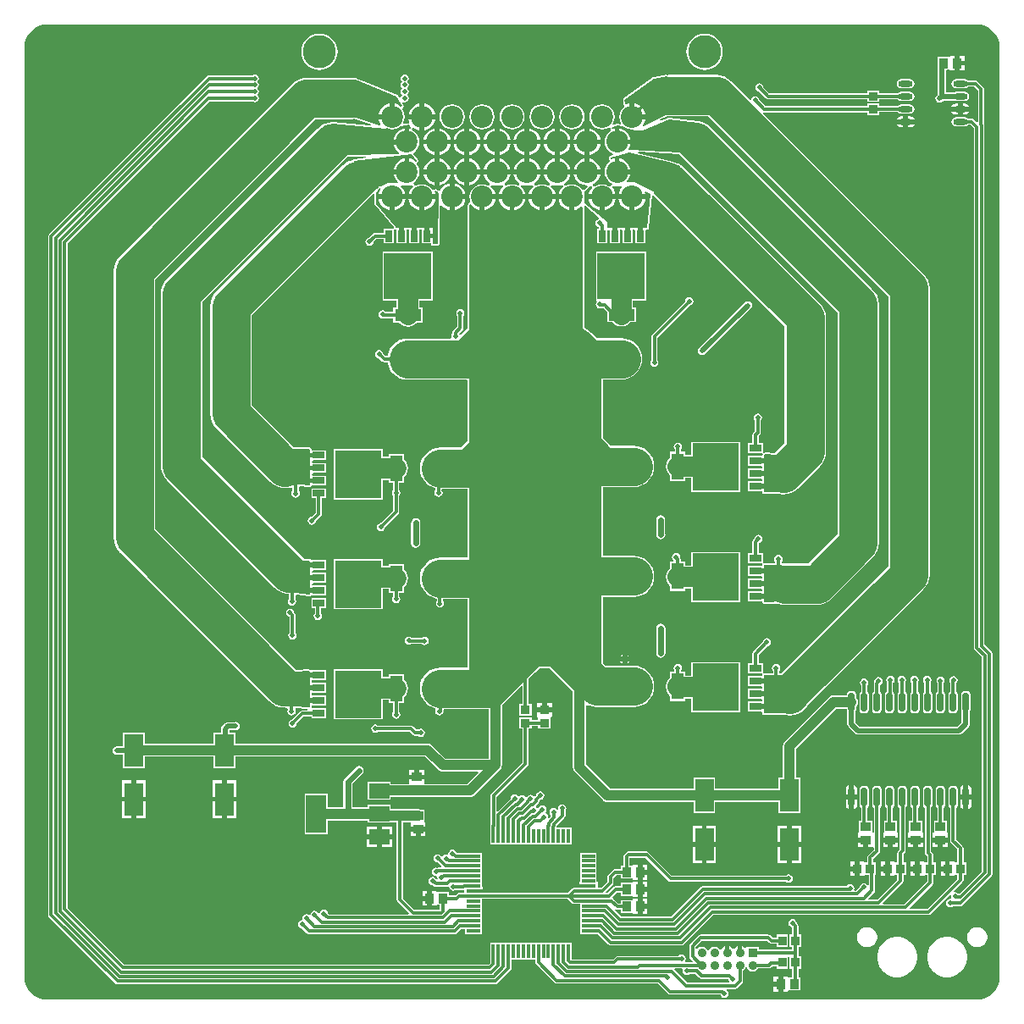
<source format=gtl>
G04*
G04 #@! TF.GenerationSoftware,Altium Limited,Altium Designer,20.0.13 (296)*
G04*
G04 Layer_Physical_Order=1*
G04 Layer_Color=255*
%FSLAX25Y25*%
%MOIN*%
G70*
G01*
G75*
%ADD11C,0.02362*%
G04:AMPARAMS|DCode=15|XSize=23.62mil|YSize=74.8mil|CornerRadius=5.91mil|HoleSize=0mil|Usage=FLASHONLY|Rotation=180.000|XOffset=0mil|YOffset=0mil|HoleType=Round|Shape=RoundedRectangle|*
%AMROUNDEDRECTD15*
21,1,0.02362,0.06299,0,0,180.0*
21,1,0.01181,0.07480,0,0,180.0*
1,1,0.01181,-0.00591,0.03150*
1,1,0.01181,0.00591,0.03150*
1,1,0.01181,0.00591,-0.03150*
1,1,0.01181,-0.00591,-0.03150*
%
%ADD15ROUNDEDRECTD15*%
%ADD16R,0.04724X0.10236*%
%ADD17R,0.04528X0.02756*%
%ADD18R,0.18110X0.18504*%
%ADD19R,0.03740X0.03347*%
%ADD20R,0.03937X0.03543*%
%ADD21R,0.03543X0.03937*%
%ADD22R,0.03347X0.03740*%
%ADD23R,0.07284X0.12795*%
%ADD24R,0.02756X0.04528*%
%ADD25R,0.18504X0.18110*%
%ADD26R,0.10236X0.04724*%
%ADD27R,0.05315X0.01181*%
%ADD28R,0.01181X0.05315*%
%ADD29O,0.05709X0.02362*%
%ADD30R,0.07874X0.05906*%
%ADD31R,0.07874X0.14961*%
%ADD53C,0.01181*%
%ADD54C,0.01968*%
%ADD55C,0.03937*%
%ADD56C,0.15000*%
%ADD57C,0.07874*%
%ADD58C,0.12992*%
%ADD59C,0.08661*%
%ADD60C,0.03543*%
%ADD61R,0.03543X0.03543*%
%ADD62C,0.02000*%
G36*
X379678Y386624D02*
X381336Y386121D01*
X382865Y385304D01*
X384205Y384205D01*
X385304Y382865D01*
X386121Y381336D01*
X386624Y379678D01*
X386786Y378031D01*
X386776Y377953D01*
Y11811D01*
X386786Y11732D01*
X386624Y10086D01*
X386121Y8428D01*
X385304Y6899D01*
X384205Y5559D01*
X382865Y4460D01*
X381336Y3643D01*
X379678Y3139D01*
X378031Y2977D01*
X377953Y2988D01*
X11811D01*
X11732Y2977D01*
X10086Y3139D01*
X8428Y3643D01*
X6899Y4460D01*
X5559Y5559D01*
X4460Y6899D01*
X3643Y8428D01*
X3139Y10086D01*
X2977Y11732D01*
X2988Y11811D01*
Y377953D01*
X2977Y378031D01*
X3139Y379678D01*
X3643Y381336D01*
X4460Y382865D01*
X5559Y384205D01*
X6899Y385304D01*
X8428Y386121D01*
X10086Y386624D01*
X11732Y386786D01*
X11811Y386776D01*
X377953D01*
X378031Y386786D01*
X379678Y386624D01*
D02*
G37*
%LPC*%
G36*
X371097Y374513D02*
Y372529D01*
X372884D01*
Y374513D01*
X371097D01*
D02*
G37*
G36*
X270669Y383115D02*
X269278Y382978D01*
X267941Y382572D01*
X266708Y381913D01*
X265627Y381026D01*
X264741Y379946D01*
X264082Y378713D01*
X263676Y377375D01*
X263539Y375984D01*
X263676Y374593D01*
X264082Y373256D01*
X264741Y372023D01*
X265627Y370942D01*
X266708Y370056D01*
X267941Y369397D01*
X269278Y368991D01*
X270669Y368854D01*
X272060Y368991D01*
X273398Y369397D01*
X274631Y370056D01*
X275711Y370942D01*
X276598Y372023D01*
X277257Y373256D01*
X277663Y374593D01*
X277800Y375984D01*
X277663Y377375D01*
X277257Y378713D01*
X276598Y379946D01*
X275711Y381026D01*
X274631Y381913D01*
X273398Y382572D01*
X272060Y382978D01*
X270669Y383115D01*
D02*
G37*
G36*
X119095D02*
X117703Y382978D01*
X116366Y382572D01*
X115133Y381913D01*
X114052Y381026D01*
X113166Y379946D01*
X112507Y378713D01*
X112101Y377375D01*
X111964Y375984D01*
X112101Y374593D01*
X112507Y373256D01*
X113166Y372023D01*
X114052Y370942D01*
X115133Y370056D01*
X116366Y369397D01*
X117703Y368991D01*
X119095Y368854D01*
X120485Y368991D01*
X121823Y369397D01*
X123056Y370056D01*
X124136Y370942D01*
X125023Y372023D01*
X125682Y373256D01*
X126088Y374593D01*
X126225Y375984D01*
X126088Y377375D01*
X125682Y378713D01*
X125023Y379946D01*
X124136Y381026D01*
X123056Y381913D01*
X121823Y382572D01*
X120485Y382978D01*
X119095Y383115D01*
D02*
G37*
G36*
X372884Y370560D02*
X371097D01*
Y368576D01*
X372884D01*
Y370560D01*
D02*
G37*
G36*
X367341Y374513D02*
X367100Y374113D01*
X366841Y374113D01*
X362426D01*
Y370898D01*
X362399Y370761D01*
Y359138D01*
X362090Y358830D01*
X361996Y358767D01*
X361643Y358237D01*
X361518Y357613D01*
X361643Y356989D01*
X361996Y356460D01*
X362525Y356106D01*
X363150Y355982D01*
X363774Y356106D01*
X364303Y356460D01*
X364332Y356502D01*
X364683Y356854D01*
X368823D01*
X368916Y356791D01*
X369611Y356653D01*
X372957D01*
X373652Y356791D01*
X374242Y357185D01*
X374635Y357774D01*
X374774Y358469D01*
X374635Y359164D01*
X374242Y359753D01*
X373652Y360147D01*
X372957Y360285D01*
X369611D01*
X368916Y360147D01*
X368823Y360085D01*
X365630D01*
Y368622D01*
X365983Y368976D01*
X367100Y368976D01*
X367341Y368576D01*
X367411Y368576D01*
X367411Y368576D01*
X369129D01*
Y371545D01*
Y374513D01*
X367411D01*
Y374513D01*
X367411D01*
X367341D01*
D02*
G37*
G36*
X255826Y366941D02*
X255797Y366927D01*
X255766Y366934D01*
X250577Y366060D01*
X250449Y365980D01*
X250303Y365944D01*
X238810Y357565D01*
X238767Y357494D01*
X238693Y357455D01*
X238642Y357290D01*
X238551Y357141D01*
X238571Y357060D01*
X238546Y356980D01*
X238685Y355487D01*
X238709Y355442D01*
X238701Y355391D01*
X238822Y355228D01*
X238917Y355048D01*
X238966Y355032D01*
X238996Y354991D01*
X239109Y354924D01*
X239142Y354319D01*
X238609Y353910D01*
X237819Y352880D01*
X237322Y351681D01*
X237153Y350394D01*
X237322Y349107D01*
X237801Y347950D01*
X237684Y347708D01*
X237545Y347503D01*
X236754Y347727D01*
X236581Y347707D01*
X236407Y347729D01*
X234776Y347286D01*
X234482Y347725D01*
X234622Y347907D01*
X235119Y349107D01*
X235288Y350394D01*
X235119Y351681D01*
X234622Y352880D01*
X233832Y353910D01*
X232802Y354701D01*
X231602Y355198D01*
X230315Y355367D01*
X229028Y355198D01*
X227828Y354701D01*
X226798Y353910D01*
X226008Y352880D01*
X225511Y351681D01*
X225342Y350394D01*
X225511Y349107D01*
X226008Y347907D01*
X226798Y346877D01*
X227828Y346087D01*
X229028Y345590D01*
X230315Y345420D01*
X231602Y345590D01*
X232802Y346087D01*
X233105Y346320D01*
X233167Y346299D01*
X233527Y346020D01*
X233564Y345914D01*
X233552Y345803D01*
X233643Y345689D01*
X233692Y345551D01*
X233802Y345428D01*
X233740Y344911D01*
X233692Y344826D01*
X232704Y344068D01*
X231913Y343038D01*
X231417Y341838D01*
X231247Y340551D01*
X231417Y339264D01*
X231913Y338065D01*
X232704Y337035D01*
X233734Y336244D01*
X234710Y335840D01*
X234686Y335309D01*
X233514Y334947D01*
X233453Y334895D01*
X233373Y334884D01*
X233268Y334742D01*
X233132Y334629D01*
X233124Y334549D01*
X233077Y334485D01*
X232971Y334065D01*
X232986Y333963D01*
X232952Y333866D01*
X233020Y333727D01*
X233043Y333574D01*
X233125Y333512D01*
X233171Y333420D01*
X233276Y333326D01*
X233275Y332695D01*
X232704Y332257D01*
X231913Y331227D01*
X231417Y330027D01*
X231247Y328740D01*
X231417Y327453D01*
X231913Y326254D01*
X232704Y325223D01*
X233734Y324433D01*
X234329Y324186D01*
X234338Y324133D01*
X234278Y323667D01*
X234272Y323664D01*
X234130Y323659D01*
X234051Y323574D01*
X233944Y323530D01*
X233889Y323399D01*
X233792Y323294D01*
X233729Y323123D01*
X233139Y322945D01*
X232802Y323205D01*
X231602Y323701D01*
X230315Y323871D01*
X229028Y323701D01*
X227828Y323205D01*
X227467Y322927D01*
X226876Y323104D01*
X226833Y323226D01*
X226765Y323303D01*
X226739Y323403D01*
X226732Y323783D01*
X226807Y323963D01*
X227098Y324084D01*
X228211Y324938D01*
X229066Y326052D01*
X229603Y327349D01*
X229657Y327756D01*
X224409D01*
X219162D01*
X219216Y327349D01*
X219753Y326052D01*
X220607Y324938D01*
X221721Y324084D01*
X223018Y323547D01*
X224409Y323363D01*
X224507Y323376D01*
X224720Y322924D01*
X223272Y321576D01*
X223214Y321552D01*
X222711Y321578D01*
X222635Y321614D01*
X222021Y322414D01*
X220991Y323205D01*
X219791Y323701D01*
X218504Y323871D01*
X217217Y323701D01*
X216160Y323264D01*
X215727Y323408D01*
X215588Y323505D01*
X215532Y323670D01*
X215531Y323671D01*
X215516Y324164D01*
X215614Y324335D01*
X216400Y324938D01*
X217255Y326052D01*
X217792Y327349D01*
X217846Y327756D01*
X212598D01*
X207351D01*
X207405Y327349D01*
X207942Y326052D01*
X208797Y324938D01*
X209583Y324335D01*
X209681Y324164D01*
X209666Y323671D01*
X209665Y323670D01*
X209610Y323505D01*
X209470Y323408D01*
X209037Y323264D01*
X207980Y323701D01*
X206693Y323871D01*
X205406Y323701D01*
X204348Y323263D01*
X203916Y323407D01*
X203776Y323504D01*
X203720Y323669D01*
X203718Y323671D01*
X203704Y324164D01*
X203802Y324334D01*
X204589Y324938D01*
X205444Y326052D01*
X205981Y327349D01*
X206034Y327756D01*
X200787D01*
X195540D01*
X195594Y327349D01*
X196131Y326052D01*
X196985Y324938D01*
X197773Y324334D01*
X197871Y324163D01*
X197857Y323670D01*
X197855Y323669D01*
X197800Y323504D01*
X197659Y323406D01*
X197227Y323263D01*
X196169Y323701D01*
X194882Y323871D01*
X193595Y323701D01*
X192536Y323263D01*
X192105Y323405D01*
X191964Y323504D01*
X191908Y323668D01*
X191906Y323670D01*
X191892Y324163D01*
X191990Y324334D01*
X192778Y324938D01*
X193633Y326052D01*
X194170Y327349D01*
X194223Y327756D01*
X188976D01*
X183729D01*
X183783Y327349D01*
X184320Y326052D01*
X185175Y324938D01*
X185963Y324333D01*
X186061Y324162D01*
X186047Y323670D01*
X186046Y323668D01*
X185990Y323503D01*
X185847Y323405D01*
X185417Y323263D01*
X184358Y323701D01*
X183071Y323871D01*
X181784Y323701D01*
X180584Y323205D01*
X179554Y322414D01*
X178764Y321384D01*
X178267Y320185D01*
X178098Y318898D01*
X178267Y317611D01*
X178509Y317026D01*
X178495Y316937D01*
X178205Y316454D01*
X177931Y316361D01*
X177819Y316262D01*
X177681Y316205D01*
X177639Y316105D01*
X177557Y316033D01*
X177548Y315884D01*
X177490Y315746D01*
Y267214D01*
X174672Y264396D01*
X174129Y264560D01*
X174078Y264817D01*
X173945Y265015D01*
X175379Y266449D01*
X175379Y266449D01*
X175642Y266843D01*
X175735Y267307D01*
X175735Y267307D01*
Y272018D01*
X176028Y272457D01*
X176152Y273081D01*
X176028Y273706D01*
X175674Y274235D01*
X175145Y274588D01*
X174521Y274713D01*
X173897Y274588D01*
X173367Y274235D01*
X173014Y273706D01*
X172889Y273081D01*
X173014Y272457D01*
X173307Y272018D01*
Y267810D01*
X171713Y266216D01*
X171449Y265822D01*
X171357Y265357D01*
X171357Y265357D01*
Y265256D01*
X171064Y264817D01*
X170940Y264193D01*
X171044Y263668D01*
X170776Y263168D01*
X153901D01*
X152313Y263012D01*
X150786Y262548D01*
X149379Y261796D01*
X148146Y260784D01*
X147133Y259551D01*
X146381Y258143D01*
X145918Y256617D01*
X145881Y256243D01*
X145102D01*
X144190Y257155D01*
X144087Y257673D01*
X143733Y258202D01*
X143204Y258556D01*
X142579Y258680D01*
X141955Y258556D01*
X141426Y258202D01*
X141072Y257673D01*
X140948Y257049D01*
X141072Y256425D01*
X141426Y255895D01*
X141955Y255542D01*
X142473Y255439D01*
X143741Y254170D01*
X143741Y254170D01*
X144135Y253907D01*
X144599Y253815D01*
X145881D01*
X145918Y253441D01*
X146381Y251914D01*
X147133Y250507D01*
X148146Y249273D01*
X149379Y248261D01*
X150786Y247509D01*
X152313Y247046D01*
X153901Y246889D01*
X176815D01*
X176815Y246889D01*
X177120Y246919D01*
X177490Y246584D01*
Y223067D01*
X174652Y220229D01*
X166710D01*
X165122Y220072D01*
X163595Y219609D01*
X162188Y218857D01*
X160955Y217845D01*
X159943Y216611D01*
X159190Y215204D01*
X158727Y213677D01*
X158571Y212089D01*
X158727Y210501D01*
X159190Y208975D01*
X159943Y207567D01*
X160955Y206334D01*
X162188Y205322D01*
X163595Y204570D01*
X164701Y204234D01*
Y203552D01*
X164408Y203114D01*
X164284Y202489D01*
X164408Y201865D01*
X164762Y201336D01*
X165291Y200982D01*
X165915Y200858D01*
X166540Y200982D01*
X167069Y201336D01*
X167422Y201865D01*
X167547Y202489D01*
X167422Y203114D01*
X167198Y203450D01*
X167366Y203950D01*
X177490D01*
Y176921D01*
X166710D01*
X165122Y176765D01*
X163595Y176302D01*
X162188Y175550D01*
X160955Y174538D01*
X159943Y173304D01*
X159190Y171897D01*
X158727Y170370D01*
X158571Y168782D01*
X158727Y167194D01*
X159190Y165667D01*
X159943Y164260D01*
X160955Y163027D01*
X162188Y162015D01*
X163595Y161263D01*
X165122Y160799D01*
X165315Y160780D01*
Y159919D01*
X165022Y159480D01*
X164898Y158856D01*
X165022Y158231D01*
X165375Y157702D01*
X165905Y157349D01*
X166529Y157224D01*
X167153Y157349D01*
X167683Y157702D01*
X168036Y158231D01*
X168160Y158856D01*
X168036Y159480D01*
X167743Y159919D01*
Y160643D01*
X177490D01*
Y133614D01*
X166710D01*
X165122Y133458D01*
X163595Y132995D01*
X162188Y132243D01*
X160955Y131230D01*
X159943Y129997D01*
X159190Y128590D01*
X158727Y127063D01*
X158571Y125475D01*
X158727Y123887D01*
X159190Y122360D01*
X159943Y120953D01*
X160955Y119720D01*
X162188Y118708D01*
X163595Y117956D01*
X164637Y117639D01*
X164806Y117169D01*
X164745Y117078D01*
X164621Y116453D01*
X164745Y115829D01*
X165099Y115300D01*
X165628Y114946D01*
X166252Y114822D01*
X166877Y114946D01*
X167406Y115300D01*
X167760Y115829D01*
X167884Y116453D01*
X167858Y116581D01*
X167924Y116911D01*
X168156Y117336D01*
X185715D01*
Y97864D01*
X168679D01*
X163542Y103001D01*
X163005Y103413D01*
X162380Y103672D01*
X161710Y103760D01*
X86015D01*
Y108167D01*
X83600D01*
Y108763D01*
X83807Y108970D01*
X86064D01*
X86115Y108960D01*
X86739Y109084D01*
X87269Y109438D01*
X87622Y109967D01*
X87746Y110591D01*
X87622Y111216D01*
X87269Y111745D01*
X86739Y112099D01*
X86115Y112223D01*
X86004Y112201D01*
X83138D01*
X82520Y112078D01*
X81996Y111727D01*
X80843Y110574D01*
X80492Y110050D01*
X80369Y109432D01*
Y108167D01*
X77531D01*
Y103760D01*
X50237D01*
Y108167D01*
X41753D01*
Y102556D01*
X39323D01*
X39242Y102573D01*
X38618Y102448D01*
X38089Y102095D01*
X37735Y101565D01*
X37611Y100941D01*
X37735Y100317D01*
X38089Y99788D01*
X38618Y99434D01*
X39242Y99310D01*
X39323Y99326D01*
X41753D01*
Y94172D01*
X50237D01*
Y98579D01*
X77531D01*
Y94172D01*
X86015D01*
Y98579D01*
X160637D01*
X165774Y93442D01*
X166310Y93030D01*
X166935Y92771D01*
X167606Y92683D01*
X181398D01*
X181590Y92221D01*
X177200Y87832D01*
X160332D01*
Y89572D01*
X154395D01*
Y87832D01*
X147196D01*
Y88720D01*
X138122D01*
Y81614D01*
X147196D01*
Y82651D01*
X178274D01*
X178944Y82739D01*
X179569Y82998D01*
X180105Y83409D01*
X190138Y93442D01*
X190550Y93978D01*
X190808Y94603D01*
X190897Y95274D01*
Y119021D01*
X191748Y119720D01*
X198453Y126424D01*
X198915Y126233D01*
Y119251D01*
X197659D01*
Y114704D01*
X202599D01*
Y119251D01*
X201343D01*
Y129314D01*
X202193Y130164D01*
X205975Y133236D01*
X209833D01*
X215681Y127388D01*
X218845Y124223D01*
Y94381D01*
X218934Y93710D01*
X219193Y93085D01*
X219604Y92549D01*
X230657Y81497D01*
X231193Y81085D01*
X231818Y80826D01*
X232488Y80738D01*
X266306D01*
Y76331D01*
X274789D01*
Y80738D01*
X299822D01*
Y76327D01*
X308305D01*
Y90322D01*
X306654D01*
Y101680D01*
X322428Y117454D01*
X326671D01*
Y116895D01*
X326763Y116430D01*
X326860Y116286D01*
Y111525D01*
X326983Y110907D01*
X327333Y110383D01*
X330017Y107699D01*
X330541Y107349D01*
X331159Y107226D01*
X370780D01*
X371398Y107349D01*
X371922Y107699D01*
X374617Y110394D01*
X374967Y110918D01*
X375090Y111536D01*
Y116286D01*
X375187Y116430D01*
X375279Y116895D01*
Y123194D01*
X375187Y123659D01*
X374924Y124052D01*
X374530Y124316D01*
X374065Y124408D01*
X372884D01*
X372420Y124316D01*
X372026Y124052D01*
X371763Y123659D01*
X371671Y123194D01*
Y116895D01*
X371763Y116430D01*
X371860Y116286D01*
Y112205D01*
X370111Y110457D01*
X331828D01*
X330090Y112194D01*
Y116286D01*
X330187Y116430D01*
X330279Y116895D01*
Y118192D01*
X330307Y118212D01*
X330719Y118749D01*
X330977Y119374D01*
X331066Y120044D01*
X330977Y120715D01*
X330719Y121340D01*
X330307Y121876D01*
X330279Y121897D01*
Y123194D01*
X330187Y123659D01*
X329924Y124052D01*
X329530Y124316D01*
X329065Y124408D01*
X327885D01*
X327420Y124316D01*
X327026Y124052D01*
X326763Y123659D01*
X326671Y123194D01*
Y122635D01*
X321355D01*
X320685Y122547D01*
X320060Y122288D01*
X319523Y121876D01*
X302232Y104585D01*
X301820Y104048D01*
X301561Y103423D01*
X301473Y102753D01*
Y90322D01*
X299822D01*
Y85919D01*
X274789D01*
Y90326D01*
X266306D01*
Y85919D01*
X233561D01*
X224027Y95454D01*
Y118878D01*
X224456Y119135D01*
X225217Y118728D01*
X226744Y118265D01*
X228332Y118108D01*
X242739D01*
X244327Y118265D01*
X245853Y118728D01*
X247261Y119480D01*
X248494Y120492D01*
X249506Y121726D01*
X250258Y123133D01*
X250722Y124660D01*
X250878Y126248D01*
X250722Y127835D01*
X250258Y129362D01*
X249506Y130769D01*
X248494Y132003D01*
X247261Y133015D01*
X245853Y133767D01*
X244327Y134230D01*
X242739Y134387D01*
X231703D01*
X230691Y135399D01*
Y161415D01*
X242739D01*
X244327Y161572D01*
X245853Y162035D01*
X247261Y162787D01*
X248494Y163799D01*
X249506Y165033D01*
X250258Y166440D01*
X250722Y167967D01*
X250878Y169555D01*
X250722Y171142D01*
X250258Y172669D01*
X249506Y174076D01*
X248494Y175310D01*
X247261Y176322D01*
X245853Y177074D01*
X244327Y177537D01*
X242739Y177694D01*
X230691D01*
Y204722D01*
X242739D01*
X244327Y204879D01*
X245853Y205342D01*
X247261Y206094D01*
X248494Y207106D01*
X249506Y208340D01*
X250258Y209747D01*
X250722Y211274D01*
X250878Y212862D01*
X250722Y214450D01*
X250258Y215976D01*
X249506Y217384D01*
X248494Y218617D01*
X247261Y219629D01*
X245853Y220381D01*
X244327Y220845D01*
X242739Y221001D01*
X233699D01*
X230691Y224009D01*
Y247046D01*
X237947D01*
X239535Y247203D01*
X241062Y247666D01*
X242469Y248418D01*
X243703Y249430D01*
X244715Y250663D01*
X245467Y252071D01*
X245930Y253598D01*
X246087Y255185D01*
X245930Y256773D01*
X245467Y258300D01*
X244715Y259707D01*
X243703Y260941D01*
X242469Y261953D01*
X241062Y262705D01*
X239535Y263168D01*
X237947Y263325D01*
X228299D01*
X226201Y265423D01*
X224967Y266435D01*
X224290Y266798D01*
X223315Y267772D01*
Y314795D01*
X223533Y315241D01*
X223560Y315277D01*
X223774Y315321D01*
X229161Y310789D01*
X229023Y310252D01*
X228748Y310197D01*
X228219Y309843D01*
X227865Y309314D01*
X227741Y308690D01*
X227865Y308066D01*
X228219Y307537D01*
X228748Y307183D01*
X228990Y307135D01*
X229047Y307077D01*
Y306396D01*
X228283D01*
Y300668D01*
X232239D01*
Y305714D01*
X232551Y306132D01*
X232783Y306142D01*
X233283Y305858D01*
Y300668D01*
X237239D01*
Y305684D01*
X237327Y305964D01*
X237850Y306114D01*
X238202Y305944D01*
X238283Y305684D01*
Y300668D01*
X242239D01*
Y305684D01*
X242327Y305964D01*
X242850Y306114D01*
X243202Y305944D01*
X243283Y305684D01*
Y300668D01*
X247239D01*
Y305853D01*
X247739Y306141D01*
X248103Y306124D01*
X248324Y306204D01*
X248548Y306273D01*
X248556Y306287D01*
X248571Y306293D01*
X248671Y306505D01*
X248780Y306713D01*
X249987Y319679D01*
X250210Y319787D01*
X250502Y319818D01*
X251450Y318664D01*
X302129Y267984D01*
Y221994D01*
X298305Y218169D01*
X294410Y218218D01*
X294392Y218211D01*
X294373Y218217D01*
X294163Y218119D01*
X294037Y218069D01*
X293664Y218238D01*
X293549Y218339D01*
X293549Y218507D01*
Y222054D01*
X291899D01*
Y224713D01*
X292488Y225301D01*
X292488Y225301D01*
X292751Y225695D01*
X292843Y226160D01*
X292843Y226160D01*
Y230914D01*
X293137Y231353D01*
X293261Y231977D01*
X293137Y232601D01*
X292783Y233131D01*
X292254Y233484D01*
X291629Y233608D01*
X291005Y233484D01*
X290476Y233131D01*
X290122Y232601D01*
X289998Y231977D01*
X290122Y231353D01*
X290416Y230914D01*
Y226662D01*
X289827Y226074D01*
X289564Y225680D01*
X289472Y225216D01*
X289472Y225216D01*
Y222054D01*
X287822D01*
Y218098D01*
X293149Y218098D01*
X293153D01*
X293153D01*
X293328Y218098D01*
X293548Y217598D01*
X293470Y217513D01*
X293390Y217292D01*
X293300Y217074D01*
Y217054D01*
X287822D01*
Y213098D01*
X292838D01*
X293118Y213011D01*
X293268Y212487D01*
X293098Y212135D01*
X292838Y212054D01*
X287822D01*
Y208098D01*
X292838D01*
X293118Y208011D01*
X293268Y207487D01*
X293098Y207135D01*
X292838Y207054D01*
X287822D01*
Y203098D01*
X293300D01*
X293300Y202698D01*
X293377Y202513D01*
X293423Y202318D01*
X293469Y202289D01*
X293490Y202239D01*
X293675Y202162D01*
X293846Y202057D01*
X294315Y201981D01*
X294368Y201994D01*
X294418Y201973D01*
X300014D01*
X301602Y201817D01*
X303190Y201973D01*
X304717Y202436D01*
X306124Y203188D01*
X307358Y204201D01*
X316024Y212867D01*
X317036Y214100D01*
X317788Y215508D01*
X318251Y217034D01*
X318408Y218622D01*
X318408Y218622D01*
Y271356D01*
X318251Y272943D01*
X317788Y274470D01*
X317036Y275877D01*
X316024Y277111D01*
X316024Y277111D01*
X262960Y330175D01*
X261727Y331187D01*
X261624Y331242D01*
X261534Y331327D01*
X261432Y331479D01*
X261360Y331493D01*
X261307Y331544D01*
X260409Y331891D01*
X260320Y331939D01*
X260161Y331987D01*
X257963Y332837D01*
X257919Y332836D01*
X257884Y332862D01*
X244544Y336138D01*
X244617Y336632D01*
X260709Y335801D01*
X261448Y334901D01*
X322937Y273411D01*
Y186072D01*
X311522Y174656D01*
X302486D01*
X301373Y174547D01*
X300919Y174888D01*
Y175413D01*
X301213Y175852D01*
X301337Y176476D01*
X301213Y177101D01*
X300859Y177630D01*
X300330Y177984D01*
X299706Y178108D01*
X299081Y177984D01*
X298552Y177630D01*
X298198Y177101D01*
X298074Y176476D01*
X298198Y175852D01*
X298492Y175413D01*
Y174660D01*
X294000D01*
X293637Y174953D01*
X293637Y174953D01*
X293637Y174953D01*
X293637Y174953D01*
X293549Y175036D01*
X293549Y175065D01*
Y178747D01*
X291899D01*
Y182646D01*
X291961Y182707D01*
X292478Y182810D01*
X293007Y183163D01*
X293361Y183693D01*
X293485Y184317D01*
X293361Y184941D01*
X293007Y185470D01*
X292478Y185824D01*
X291854Y185948D01*
X291230Y185824D01*
X290701Y185470D01*
X290347Y184941D01*
X290244Y184423D01*
X289827Y184007D01*
X289564Y183613D01*
X289472Y183148D01*
X289472Y183148D01*
Y178747D01*
X287822D01*
Y174791D01*
X293151Y174791D01*
X293153D01*
X293153D01*
X293158Y174791D01*
X293232Y174648D01*
X293232D01*
X293232Y174648D01*
D01*
X293382Y174209D01*
X293300Y174011D01*
Y173747D01*
X287822D01*
Y169791D01*
X292838D01*
X293118Y169704D01*
X293268Y169180D01*
X293098Y168828D01*
X292838Y168747D01*
X287822D01*
Y164791D01*
X292838D01*
X293118Y164704D01*
X293268Y164180D01*
X293098Y163828D01*
X292838Y163747D01*
X287822D01*
Y159791D01*
X293300D01*
Y159756D01*
X293391Y159535D01*
X293476Y159311D01*
X293928Y158830D01*
X293951Y158819D01*
X293962Y158796D01*
X294175Y158719D01*
X294381Y158625D01*
X294405Y158634D01*
X294429Y158626D01*
X299833Y158858D01*
X300898Y158534D01*
X302486Y158378D01*
X314893D01*
X314893Y158378D01*
X316481Y158534D01*
X318008Y158998D01*
X319415Y159750D01*
X320649Y160762D01*
X336832Y176945D01*
X336832Y176945D01*
X337844Y178179D01*
X338596Y179586D01*
X339059Y181113D01*
X339216Y182701D01*
X339216Y182701D01*
Y276782D01*
X339059Y278370D01*
X338596Y279897D01*
X337844Y281304D01*
X336832Y282538D01*
X336832Y282538D01*
X272958Y346411D01*
X271725Y347424D01*
X270318Y348176D01*
X268791Y348639D01*
X268110Y348706D01*
X268094Y348715D01*
X256642Y350121D01*
X256479Y350076D01*
X256310Y350075D01*
X253400Y348843D01*
X253190Y349297D01*
X255999Y350717D01*
X256868Y350631D01*
X271890D01*
X342946Y279575D01*
Y173540D01*
X300720Y131314D01*
X300047D01*
Y132372D01*
X300341Y132811D01*
X300465Y133435D01*
X300341Y134059D01*
X299987Y134588D01*
X299458Y134942D01*
X298834Y135066D01*
X298209Y134942D01*
X297680Y134588D01*
X297326Y134059D01*
X297202Y133435D01*
X297326Y132811D01*
X297620Y132372D01*
Y131314D01*
X294153D01*
X293735Y131516D01*
X293735Y131515D01*
X293735Y131516D01*
X293735Y131516D01*
X293549Y131690D01*
X293549Y131838D01*
Y135440D01*
X291899D01*
Y138637D01*
X295295Y142032D01*
X295813Y142135D01*
X296342Y142489D01*
X296696Y143018D01*
X296820Y143642D01*
X296696Y144267D01*
X296342Y144796D01*
X295813Y145150D01*
X295189Y145274D01*
X294564Y145150D01*
X294035Y144796D01*
X293682Y144267D01*
X293579Y143749D01*
X289827Y139998D01*
X289564Y139604D01*
X289472Y139139D01*
X289472Y139139D01*
Y135440D01*
X287822D01*
Y131484D01*
X293134Y131484D01*
X293197Y131484D01*
X293323Y131216D01*
X293333Y130744D01*
X293300Y130665D01*
Y130440D01*
X287822D01*
Y126484D01*
X292838D01*
X293118Y126397D01*
X293268Y125873D01*
X293098Y125521D01*
X292838Y125440D01*
X287822D01*
Y121484D01*
X292838D01*
X293118Y121397D01*
X293268Y120873D01*
X293098Y120521D01*
X292838Y120440D01*
X287822D01*
Y116484D01*
X293014D01*
X293289Y116131D01*
X293312Y115989D01*
X293309Y115975D01*
X293389Y115508D01*
X293494Y115340D01*
X293570Y115158D01*
X293622Y115136D01*
X293653Y115087D01*
X293846Y115043D01*
X294029Y114967D01*
X302842D01*
X304134Y114840D01*
X305722Y114997D01*
X307248Y115460D01*
X308656Y116212D01*
X309889Y117224D01*
X310901Y118457D01*
X310920Y118493D01*
X356841Y164414D01*
X356841Y164414D01*
X357853Y165647D01*
X358605Y167054D01*
X359068Y168581D01*
X359225Y170169D01*
Y282946D01*
X359225Y282946D01*
X359068Y284534D01*
X358605Y286061D01*
X357853Y287468D01*
X356841Y288702D01*
X356841Y288702D01*
X293777Y351766D01*
X294023Y352226D01*
X294182Y352195D01*
X334567D01*
Y351135D01*
X339507D01*
Y352225D01*
X346844D01*
X346870Y352185D01*
X347459Y351792D01*
X348154Y351653D01*
X351501D01*
X352196Y351792D01*
X352785Y352185D01*
X353179Y352774D01*
X353317Y353469D01*
X353179Y354164D01*
X352785Y354753D01*
X352196Y355147D01*
X351501Y355285D01*
X348154D01*
X347459Y355147D01*
X346870Y354753D01*
X346803Y354653D01*
X339507D01*
Y355682D01*
X334567D01*
Y354623D01*
X294685D01*
X292301Y357006D01*
X292198Y357524D01*
X291844Y358053D01*
X291315Y358407D01*
X290691Y358531D01*
X290067Y358407D01*
X289537Y358053D01*
X289184Y357524D01*
X289108Y357142D01*
X288575Y356968D01*
X281017Y364526D01*
X279784Y365538D01*
X278377Y366290D01*
X276850Y366753D01*
X275262Y366910D01*
X275262Y366910D01*
X256868D01*
X256170Y366841D01*
X256035Y366872D01*
X255826Y366941D01*
D02*
G37*
G36*
X93642Y367172D02*
X93017Y367047D01*
X92578Y366754D01*
X75675D01*
X75674Y366754D01*
X75210Y366662D01*
X74816Y366399D01*
X74816Y366399D01*
X12629Y304212D01*
X12366Y303818D01*
X12274Y303353D01*
X12274Y303353D01*
Y36336D01*
X12274Y36336D01*
X12366Y35871D01*
X12629Y35478D01*
X38688Y9419D01*
X38688Y9419D01*
X39081Y9156D01*
X39546Y9064D01*
X188335D01*
X188335Y9064D01*
X188800Y9156D01*
X189193Y9419D01*
X194301Y14527D01*
X194301Y14527D01*
X194564Y14920D01*
X194656Y15385D01*
Y18878D01*
X204039D01*
Y17705D01*
X204039Y17705D01*
X204132Y17240D01*
X204395Y16846D01*
X211649Y9593D01*
X211649Y9593D01*
X212042Y9330D01*
X212507Y9237D01*
X252231D01*
X256210Y5257D01*
X256604Y4994D01*
X257069Y4902D01*
X257069Y4902D01*
X276948D01*
X276990Y4688D01*
X277344Y4159D01*
X277873Y3805D01*
X278497Y3681D01*
X279122Y3805D01*
X279651Y4159D01*
X280005Y4688D01*
X280129Y5312D01*
X280005Y5937D01*
X279651Y6466D01*
X279351Y6666D01*
X279503Y7166D01*
X282617D01*
X282617Y7166D01*
X283081Y7258D01*
X283475Y7521D01*
X285408Y9454D01*
X285408Y9454D01*
X285671Y9848D01*
X285764Y10312D01*
Y14398D01*
X286260Y14730D01*
X286784Y15514D01*
X286795Y15570D01*
X287304D01*
X287316Y15514D01*
X287840Y14730D01*
X288624Y14206D01*
X289550Y14021D01*
X290475Y14206D01*
X291260Y14730D01*
X291591Y15226D01*
X296034D01*
X296034Y15226D01*
X296499Y15318D01*
X296893Y15581D01*
X297375Y16063D01*
X298957D01*
Y15157D01*
X303504D01*
X303504Y19600D01*
X303790Y19766D01*
X304076Y19600D01*
Y15157D01*
X305135D01*
Y12072D01*
X304781Y11719D01*
X303633Y11719D01*
X303392Y12119D01*
X303322Y12119D01*
X303322Y12119D01*
X301605D01*
Y9150D01*
Y6182D01*
X303322D01*
X303322Y6182D01*
X303392D01*
X303633Y6582D01*
X303892Y6582D01*
X308307D01*
Y11719D01*
X307563D01*
Y15157D01*
X308622D01*
Y20097D01*
X307563D01*
Y21866D01*
X307563Y21866D01*
X307563Y21866D01*
Y23634D01*
X308622D01*
Y28574D01*
X307563D01*
Y32075D01*
X307563Y32075D01*
X307470Y32539D01*
X307207Y32933D01*
X306975Y33165D01*
X306872Y33683D01*
X306519Y34212D01*
X305990Y34566D01*
X305365Y34690D01*
X304741Y34566D01*
X304212Y34212D01*
X303858Y33683D01*
X303734Y33058D01*
X303858Y32434D01*
X304212Y31905D01*
X304741Y31551D01*
X305135Y31473D01*
Y28574D01*
X304076D01*
Y23634D01*
X305135D01*
Y22653D01*
X291921D01*
Y23811D01*
X287178D01*
Y23389D01*
X286678Y23219D01*
X286526Y23416D01*
X285947Y23860D01*
X285534Y24032D01*
Y21440D01*
X283565D01*
Y24032D01*
X283152Y23860D01*
X282573Y23416D01*
X282365Y23145D01*
X281734D01*
X281526Y23416D01*
X280947Y23860D01*
X280534Y24032D01*
Y21440D01*
X278565D01*
Y24032D01*
X278152Y23860D01*
X277573Y23416D01*
X277129Y22837D01*
X277106Y22783D01*
X276542Y22727D01*
X276259Y23149D01*
X275475Y23674D01*
X274550Y23858D01*
X273624Y23674D01*
X272840Y23149D01*
X272316Y22365D01*
X272305Y22309D01*
X271795D01*
X271784Y22365D01*
X271259Y23149D01*
X270475Y23674D01*
X269550Y23858D01*
X268624Y23674D01*
X267840Y23149D01*
X267630Y22835D01*
X267130Y22987D01*
Y23659D01*
X269667Y26196D01*
X295228D01*
X296178Y25246D01*
X296178Y25246D01*
X296572Y24983D01*
X297036Y24890D01*
X297036Y24890D01*
X298957D01*
Y23634D01*
X303504D01*
Y28574D01*
X298957D01*
Y27318D01*
X297539D01*
X296589Y28268D01*
X296195Y28531D01*
X295730Y28624D01*
X295730Y28624D01*
X269164D01*
X269164Y28624D01*
X268699Y28531D01*
X268305Y28268D01*
X268305Y28268D01*
X265058Y25020D01*
X264794Y24626D01*
X264702Y24162D01*
X264702Y24162D01*
Y19895D01*
X264702Y19895D01*
X264794Y19431D01*
X265058Y19037D01*
X265979Y18115D01*
X265788Y17653D01*
X263175D01*
X262907Y18153D01*
X263103Y18446D01*
X263227Y19070D01*
X263103Y19694D01*
X262749Y20223D01*
X262220Y20577D01*
X261595Y20701D01*
X260971Y20577D01*
X260442Y20223D01*
X260408Y20173D01*
X236467D01*
X236467Y20173D01*
X236002Y20080D01*
X235609Y19817D01*
X235609Y19817D01*
X234580Y18789D01*
X218340D01*
X218278Y18851D01*
Y22135D01*
X218255Y22253D01*
Y25393D01*
X186346D01*
Y22253D01*
X186323Y22135D01*
Y17539D01*
X185619Y16835D01*
X42262D01*
X20045Y39052D01*
Y300637D01*
X75934Y356526D01*
X92578D01*
X93017Y356233D01*
X93642Y356109D01*
X94266Y356233D01*
X94795Y356587D01*
X95149Y357116D01*
X95273Y357740D01*
X95149Y358365D01*
X94795Y358894D01*
Y359187D01*
X95149Y359716D01*
X95273Y360340D01*
X95149Y360964D01*
X94795Y361494D01*
Y361787D01*
X95149Y362316D01*
X95273Y362940D01*
X95149Y363564D01*
X94795Y364094D01*
Y364387D01*
X95149Y364916D01*
X95273Y365540D01*
X95149Y366164D01*
X94795Y366694D01*
X94266Y367047D01*
X93642Y367172D01*
D02*
G37*
G36*
X351501Y365285D02*
X348154D01*
X347459Y365147D01*
X346870Y364753D01*
X346477Y364164D01*
X346338Y363469D01*
X346477Y362774D01*
X346870Y362185D01*
X347459Y361791D01*
X348154Y361653D01*
X351501D01*
X352196Y361791D01*
X352785Y362185D01*
X353179Y362774D01*
X353317Y363469D01*
X353179Y364164D01*
X352785Y364753D01*
X352196Y365147D01*
X351501Y365285D01*
D02*
G37*
G36*
X152702Y367172D02*
X152078Y367047D01*
X151549Y366694D01*
X151195Y366164D01*
X151071Y365540D01*
X151195Y364916D01*
X151549Y364387D01*
Y364094D01*
X151195Y363564D01*
X151071Y362940D01*
X151195Y362316D01*
X151549Y361787D01*
Y361494D01*
X151195Y360964D01*
X151071Y360340D01*
X151195Y359716D01*
X151549Y359187D01*
Y358894D01*
X151195Y358365D01*
X151118Y357974D01*
X150592Y357893D01*
X150082Y358823D01*
X149911Y358961D01*
X149753Y359114D01*
X135580Y364772D01*
X134868Y365152D01*
X133862Y365458D01*
X133583Y365569D01*
X133526Y365568D01*
X133479Y365601D01*
X133423Y365591D01*
X133341Y365616D01*
X131754Y365772D01*
X114178D01*
X114178Y365772D01*
X112590Y365616D01*
X111063Y365152D01*
X109656Y364400D01*
X108422Y363388D01*
X40471Y295437D01*
X39459Y294203D01*
X38707Y292796D01*
X38244Y291269D01*
X38087Y289682D01*
X38087Y289682D01*
Y184944D01*
X38087Y184944D01*
X38244Y183356D01*
X38707Y181829D01*
X39459Y180422D01*
X40471Y179189D01*
X99394Y120266D01*
X100627Y119254D01*
X102034Y118502D01*
X103561Y118039D01*
X105149Y117882D01*
X105283Y117895D01*
X106509Y117817D01*
X106748Y117301D01*
X106600Y117080D01*
X106476Y116455D01*
X106600Y115831D01*
X106954Y115302D01*
X107483Y114948D01*
X108107Y114824D01*
X108731Y114948D01*
X109261Y115302D01*
X109614Y115831D01*
X109738Y116455D01*
X109614Y117080D01*
X109588Y117120D01*
X109866Y117603D01*
X114342Y117317D01*
X114326Y116817D01*
X112482D01*
X112017Y116724D01*
X111623Y116461D01*
X111623Y116461D01*
X108431Y113269D01*
X107913Y113166D01*
X107384Y112812D01*
X107030Y112283D01*
X106906Y111659D01*
X107030Y111035D01*
X107384Y110505D01*
X107913Y110152D01*
X108538Y110028D01*
X109162Y110152D01*
X109691Y110505D01*
X110045Y111035D01*
X110148Y111553D01*
X112984Y114389D01*
X115900D01*
Y113625D01*
X121627D01*
Y117581D01*
X116322D01*
X116190Y117758D01*
X116035Y118081D01*
X116068Y118199D01*
X116149Y118395D01*
Y118625D01*
X121627D01*
Y122581D01*
X116611D01*
X116149Y122725D01*
X116149Y122981D01*
X116149Y122981D01*
Y123225D01*
X116149Y123225D01*
Y123625D01*
X121627D01*
Y127581D01*
X116611D01*
X116149Y127725D01*
X116149Y127981D01*
X116149Y127981D01*
Y128225D01*
X116149Y128225D01*
Y128625D01*
X121627D01*
Y132581D01*
X115900D01*
X115900Y132581D01*
X115577Y132714D01*
X115350Y132797D01*
X115124Y132885D01*
X115118Y132882D01*
X115110Y132884D01*
X110016Y132665D01*
X54366Y188315D01*
Y286310D01*
X117549Y349494D01*
X131754D01*
X132546Y349572D01*
X139309Y347488D01*
X139212Y346998D01*
X124281Y348397D01*
X124175Y348365D01*
X124066Y348382D01*
X122829Y348080D01*
X122421Y348040D01*
X121416Y347735D01*
X120748Y347572D01*
X120691Y347529D01*
X120619Y347525D01*
X120496Y347387D01*
X120378Y347301D01*
X119487Y346824D01*
X118254Y345812D01*
X59006Y286564D01*
X57994Y285331D01*
X57242Y283924D01*
X56779Y282397D01*
X56622Y280809D01*
X56622Y280809D01*
Y213192D01*
X56622Y213191D01*
X56779Y211603D01*
X57242Y210077D01*
X57994Y208669D01*
X59006Y207436D01*
X101406Y165037D01*
X102639Y164024D01*
X104046Y163272D01*
X105573Y162809D01*
X107118Y162657D01*
Y160769D01*
X106825Y160330D01*
X106701Y159705D01*
X106825Y159081D01*
X107178Y158552D01*
X107708Y158198D01*
X108332Y158074D01*
X108956Y158198D01*
X109485Y158552D01*
X109839Y159081D01*
X109963Y159705D01*
X109839Y160330D01*
X109546Y160769D01*
Y161983D01*
X109923Y162311D01*
X115032Y161596D01*
X115056Y161602D01*
X115077Y161591D01*
X115293Y161663D01*
X115513Y161721D01*
X115900Y161932D01*
X121627D01*
Y165888D01*
X116611D01*
X116331Y165975D01*
X116181Y166499D01*
X116351Y166851D01*
X116611Y166932D01*
X121627D01*
Y170888D01*
X116611D01*
X116331Y170975D01*
X116181Y171499D01*
X116351Y171851D01*
X116611Y171932D01*
X121627D01*
Y175888D01*
X115985D01*
X115959Y175952D01*
X115951Y175956D01*
X115947Y175964D01*
X115585Y176308D01*
X115576Y176312D01*
X115572Y176320D01*
X115346Y176400D01*
X115121Y176487D01*
X115112Y176483D01*
X115104Y176486D01*
X113052Y176382D01*
X112916Y176547D01*
X72900Y216563D01*
Y277438D01*
X129764Y334301D01*
X130035Y334631D01*
X137232Y334758D01*
X137265Y334259D01*
X132732Y333740D01*
X132670Y333706D01*
X132599Y333711D01*
X132459Y333589D01*
X132297Y333499D01*
X132292Y333482D01*
X130853Y333045D01*
X129446Y332293D01*
X128213Y331281D01*
X78528Y281597D01*
X77516Y280363D01*
X76764Y278956D01*
X76301Y277429D01*
X76145Y275841D01*
X76145Y275841D01*
Y233601D01*
X76145Y233601D01*
X76301Y232013D01*
X76764Y230486D01*
X77516Y229079D01*
X78528Y227846D01*
X99713Y206662D01*
X100946Y205649D01*
X102353Y204897D01*
X103880Y204434D01*
X105468Y204278D01*
X107056Y204434D01*
X108100Y204751D01*
X108502Y204453D01*
Y203220D01*
X108209Y202781D01*
X108084Y202157D01*
X108209Y201533D01*
X108562Y201003D01*
X109091Y200650D01*
X109716Y200525D01*
X110340Y200650D01*
X110869Y201003D01*
X111223Y201533D01*
X111347Y202157D01*
X111223Y202781D01*
X110930Y203220D01*
Y204787D01*
X111299Y205124D01*
X115072Y204782D01*
X115087Y204787D01*
X115101Y204780D01*
X115322Y204860D01*
X115546Y204930D01*
X115568Y204949D01*
X115568Y204949D01*
X115569Y204950D01*
X115900Y205239D01*
X121627D01*
Y209195D01*
X116611D01*
X116331Y209282D01*
X116181Y209806D01*
X116351Y210158D01*
X116611Y210239D01*
X121627D01*
Y214195D01*
X116611D01*
X116331Y214282D01*
X116181Y214806D01*
X116351Y215158D01*
X116611Y215239D01*
X121627D01*
Y219195D01*
X116148D01*
X116058Y219412D01*
X115974Y219636D01*
X115512Y220130D01*
X115497Y220137D01*
X115491Y220151D01*
X115273Y220238D01*
X115059Y220335D01*
X115044Y220330D01*
X115029Y220336D01*
X109133Y220262D01*
X92423Y236972D01*
Y272470D01*
X139723Y319770D01*
X140227Y320384D01*
X140666Y320227D01*
X140727Y320170D01*
X140727Y316150D01*
X140813Y315943D01*
X140881Y315730D01*
X148367Y306888D01*
X148308Y306661D01*
X148049Y306396D01*
X144391D01*
Y304746D01*
X141034D01*
X141034Y304746D01*
X140569Y304654D01*
X140176Y304390D01*
X138616Y302831D01*
X138098Y302728D01*
X137569Y302374D01*
X137215Y301845D01*
X137091Y301220D01*
X137215Y300596D01*
X137569Y300067D01*
X138098Y299713D01*
X138722Y299589D01*
X139347Y299713D01*
X139876Y300067D01*
X140229Y300596D01*
X140332Y301114D01*
X141537Y302318D01*
X144391D01*
Y300668D01*
X148347D01*
Y305952D01*
X148350Y305956D01*
X148847Y306241D01*
X148852Y306239D01*
X149075Y306146D01*
X149391D01*
Y300668D01*
X153347D01*
Y305684D01*
X153491Y306146D01*
X153747Y306147D01*
X153747Y306147D01*
X153991D01*
X153991Y306146D01*
X154391D01*
Y300668D01*
X158347D01*
Y305684D01*
X158492Y306146D01*
X158747Y306147D01*
X158747Y306147D01*
X158991D01*
X158991Y306146D01*
X159391D01*
Y300668D01*
X163098D01*
Y300304D01*
X163192Y300076D01*
X163287Y299846D01*
X163288Y299845D01*
X163288Y299845D01*
X163516Y299750D01*
X163745Y299654D01*
X165568Y299649D01*
X165794Y299742D01*
X166020Y299830D01*
X166022Y299835D01*
X166028Y299838D01*
X166122Y300062D01*
X166219Y300285D01*
X166530Y315484D01*
X167033Y315650D01*
X167458Y315096D01*
X168571Y314241D01*
X169868Y313704D01*
X170276Y313650D01*
Y318898D01*
Y324145D01*
X169868Y324091D01*
X168571Y323554D01*
X167458Y322699D01*
X166604Y321586D01*
X166546Y321448D01*
X166169Y321345D01*
X165969Y321360D01*
X165876Y321473D01*
X165055Y321916D01*
X164910Y321931D01*
X164779Y321993D01*
X164673Y321955D01*
X164560Y321966D01*
X164448Y321875D01*
X164311Y321826D01*
X164154Y321684D01*
X163531Y321698D01*
X163501Y321716D01*
X162965Y322414D01*
X161935Y323205D01*
X160736Y323701D01*
X159449Y323871D01*
X158162Y323701D01*
X157081Y323254D01*
X156685Y323377D01*
X156508Y323487D01*
X156451Y323654D01*
X156351Y323766D01*
X156293Y323905D01*
X156193Y323945D01*
X156184Y323956D01*
X156154Y324048D01*
X156148Y324483D01*
X156150Y324525D01*
X157060Y325223D01*
X157850Y326254D01*
X158347Y327453D01*
X158517Y328740D01*
X158347Y330027D01*
X157850Y331227D01*
X157398Y331816D01*
X157455Y332361D01*
X157807Y332721D01*
X157886Y332918D01*
X157988Y333105D01*
X157976Y333144D01*
X157992Y333182D01*
X157908Y333378D01*
X157848Y333582D01*
X156111Y335737D01*
X156093Y335847D01*
X156224Y336393D01*
X157060Y337035D01*
X157850Y338065D01*
X158347Y339264D01*
X158517Y340551D01*
X158347Y341838D01*
X157850Y343038D01*
X157060Y344068D01*
X156030Y344858D01*
X155680Y345003D01*
X155540Y345602D01*
X155646Y345723D01*
X155700Y345885D01*
X155716Y345909D01*
X156280Y346106D01*
X156761Y345737D01*
X158057Y345200D01*
X158465Y345147D01*
Y349409D01*
X154202D01*
X154255Y349002D01*
X154533Y348332D01*
X154530Y348318D01*
X154475Y348188D01*
X154195Y347841D01*
X152239Y347548D01*
X151990Y348017D01*
X152442Y349107D01*
X152611Y350394D01*
X152442Y351681D01*
X151945Y352880D01*
X151601Y353328D01*
X151588Y353373D01*
X151632Y353879D01*
X152020Y354212D01*
X152104Y354378D01*
X152220Y354523D01*
X152213Y354593D01*
X152245Y354655D01*
X152187Y354832D01*
X152167Y355017D01*
X151687Y355893D01*
X152067Y356241D01*
X152078Y356233D01*
X152702Y356109D01*
X153327Y356233D01*
X153856Y356587D01*
X154210Y357116D01*
X154334Y357740D01*
X154210Y358365D01*
X153856Y358894D01*
Y359187D01*
X154210Y359716D01*
X154334Y360340D01*
X154210Y360964D01*
X153856Y361494D01*
Y361787D01*
X154210Y362316D01*
X154334Y362940D01*
X154210Y363564D01*
X153856Y364094D01*
Y364387D01*
X154210Y364916D01*
X154334Y365540D01*
X154210Y366164D01*
X153856Y366694D01*
X153327Y367047D01*
X152702Y367172D01*
D02*
G37*
G36*
X292253Y363608D02*
X291629Y363484D01*
X291100Y363130D01*
X290746Y362601D01*
X290622Y361977D01*
X290746Y361353D01*
X291100Y360823D01*
X291629Y360470D01*
X292146Y360367D01*
X294845Y357668D01*
X294845Y357668D01*
X295238Y357405D01*
X295703Y357313D01*
X295703Y357313D01*
X334567D01*
Y356254D01*
X339507D01*
Y357284D01*
X346804D01*
X346870Y357185D01*
X347459Y356791D01*
X348154Y356653D01*
X351501D01*
X352196Y356791D01*
X352785Y357185D01*
X353179Y357774D01*
X353317Y358469D01*
X353179Y359164D01*
X352785Y359753D01*
X352196Y360147D01*
X351501Y360285D01*
X348154D01*
X347459Y360147D01*
X346870Y359753D01*
X346843Y359712D01*
X339507D01*
Y360800D01*
X334567D01*
Y359741D01*
X296206D01*
X293863Y362083D01*
X293760Y362601D01*
X293407Y363130D01*
X292877Y363484D01*
X292253Y363608D01*
D02*
G37*
G36*
X372957Y355693D02*
X372269D01*
Y354453D01*
X374923D01*
X374530Y355042D01*
X373809Y355524D01*
X372957Y355693D01*
D02*
G37*
G36*
X370300D02*
X369611D01*
X368760Y355524D01*
X368039Y355042D01*
X367646Y354453D01*
X370300D01*
Y355693D01*
D02*
G37*
G36*
X160433Y355641D02*
Y351378D01*
X164696D01*
X164642Y351785D01*
X164105Y353082D01*
X163251Y354196D01*
X162137Y355050D01*
X160840Y355587D01*
X160433Y355641D01*
D02*
G37*
G36*
X158465D02*
X158057Y355587D01*
X156761Y355050D01*
X155647Y354196D01*
X154792Y353082D01*
X154255Y351785D01*
X154202Y351378D01*
X158465D01*
Y355641D01*
D02*
G37*
G36*
X374923Y352485D02*
X372269D01*
Y351245D01*
X372957D01*
X373809Y351415D01*
X374530Y351897D01*
X374923Y352485D01*
D02*
G37*
G36*
X370300D02*
X367646D01*
X368039Y351897D01*
X368760Y351415D01*
X369611Y351245D01*
X370300D01*
Y352485D01*
D02*
G37*
G36*
X351501Y350693D02*
X350812D01*
Y349453D01*
X353466D01*
X353073Y350042D01*
X352352Y350524D01*
X351501Y350693D01*
D02*
G37*
G36*
X348843D02*
X348154D01*
X347303Y350524D01*
X346582Y350042D01*
X346189Y349453D01*
X348843D01*
Y350693D01*
D02*
G37*
G36*
X372957Y365285D02*
X369611D01*
X368916Y365147D01*
X368327Y364753D01*
X367933Y364164D01*
X367795Y363469D01*
X367933Y362774D01*
X368327Y362185D01*
X368916Y361791D01*
X369611Y361653D01*
X372957D01*
X373652Y361791D01*
X374242Y362185D01*
X374289Y362255D01*
X376769D01*
X378237Y360788D01*
Y348380D01*
X377775Y348188D01*
X376636Y349328D01*
X376242Y349591D01*
X375778Y349683D01*
X375777Y349683D01*
X374289D01*
X374242Y349753D01*
X373652Y350147D01*
X372957Y350285D01*
X369611D01*
X368916Y350147D01*
X368327Y349753D01*
X367933Y349164D01*
X367795Y348469D01*
X367933Y347774D01*
X368327Y347185D01*
X368916Y346792D01*
X369611Y346653D01*
X372957D01*
X373652Y346792D01*
X374242Y347185D01*
X374289Y347255D01*
X375275D01*
X376651Y345879D01*
Y141433D01*
X376651Y141433D01*
X376743Y140968D01*
X377006Y140575D01*
X379696Y137884D01*
Y53507D01*
X370958Y44769D01*
X370391Y44749D01*
X369862Y45102D01*
X369238Y45226D01*
X368894Y45158D01*
X368648Y45619D01*
X372197Y49169D01*
X372197Y49169D01*
X372461Y49562D01*
X372553Y50027D01*
X372553Y50027D01*
Y52052D01*
X373612D01*
Y56992D01*
X372553D01*
Y62604D01*
X372553Y62604D01*
X372461Y63069D01*
X372197Y63463D01*
X372197Y63463D01*
X369689Y65971D01*
Y78478D01*
X369924Y78635D01*
X370187Y79029D01*
X370279Y79493D01*
Y85792D01*
X370187Y86257D01*
X369924Y86651D01*
X369530Y86914D01*
X369065Y87006D01*
X367884D01*
X367420Y86914D01*
X367026Y86651D01*
X366763Y86257D01*
X366671Y85792D01*
Y79493D01*
X366763Y79029D01*
X367026Y78635D01*
X367261Y78478D01*
Y65469D01*
X367261Y65469D01*
X367354Y65004D01*
X367617Y64610D01*
X370125Y62102D01*
Y57345D01*
X369772Y56992D01*
X369135Y56992D01*
X368894Y57392D01*
X368824Y57392D01*
X368824Y57392D01*
X367205D01*
Y54522D01*
Y51652D01*
X368824D01*
X368824Y51652D01*
X368894D01*
X369135Y52052D01*
X369394Y52052D01*
X370125D01*
Y50530D01*
X358266Y38671D01*
X351500D01*
X351308Y39132D01*
X360370Y48194D01*
X360633Y48588D01*
X360726Y49053D01*
X360726Y49053D01*
Y52052D01*
X361785D01*
Y56992D01*
X360726D01*
Y59926D01*
X360726Y59926D01*
X360633Y60391D01*
X360370Y60785D01*
X360370Y60785D01*
X359808Y61347D01*
Y78558D01*
X359924Y78635D01*
X360187Y79029D01*
X360279Y79493D01*
Y85792D01*
X360187Y86257D01*
X359924Y86651D01*
X359530Y86914D01*
X359066Y87006D01*
X357885D01*
X357420Y86914D01*
X357026Y86651D01*
X356763Y86257D01*
X356671Y85792D01*
Y79493D01*
X356763Y79029D01*
X357026Y78635D01*
X357380Y78398D01*
Y60844D01*
X357380Y60844D01*
X357473Y60379D01*
X357736Y59986D01*
X358298Y59424D01*
Y57345D01*
X357944Y56992D01*
X357308Y56992D01*
X357067Y57392D01*
X356997Y57392D01*
X356997Y57392D01*
X355378D01*
Y54522D01*
Y51652D01*
X356997D01*
X356997Y51652D01*
X357067D01*
X357308Y52052D01*
X357567Y52052D01*
X358298D01*
Y49556D01*
X349194Y40452D01*
X340901D01*
X340710Y40914D01*
X348543Y48746D01*
X348806Y49140D01*
X348898Y49605D01*
X348898Y49605D01*
Y52052D01*
X349958D01*
Y56992D01*
X348898D01*
Y60099D01*
X349501Y60702D01*
X349501Y60702D01*
X349764Y61096D01*
X349857Y61560D01*
Y78590D01*
X349924Y78635D01*
X350187Y79029D01*
X350279Y79493D01*
Y85792D01*
X350187Y86257D01*
X349924Y86651D01*
X349530Y86914D01*
X349065Y87006D01*
X347884D01*
X347420Y86914D01*
X347026Y86651D01*
X346763Y86257D01*
X346671Y85792D01*
Y79493D01*
X346763Y79029D01*
X347026Y78635D01*
X347420Y78372D01*
X347429Y78370D01*
Y62063D01*
X346826Y61460D01*
X346563Y61066D01*
X346470Y60602D01*
X346470Y60602D01*
Y57345D01*
X346117Y56992D01*
X345481Y56992D01*
X345239Y57392D01*
X345170Y57392D01*
X345170Y57392D01*
X343550D01*
Y54522D01*
Y51652D01*
X345170D01*
X345170Y51652D01*
X345239D01*
X345481Y52052D01*
X345740Y52052D01*
X346470D01*
Y50108D01*
X338596Y42233D01*
X335229D01*
X335038Y42695D01*
X337380Y45036D01*
X337380Y45037D01*
X337643Y45430D01*
X337735Y45895D01*
X337735Y45895D01*
Y52052D01*
X338130D01*
Y56992D01*
X337071D01*
Y58419D01*
X339333Y60681D01*
X339333Y60681D01*
X339597Y61075D01*
X339689Y61540D01*
Y78478D01*
X339924Y78635D01*
X340187Y79029D01*
X340279Y79493D01*
Y85792D01*
X340187Y86257D01*
X339924Y86651D01*
X339530Y86914D01*
X339066Y87006D01*
X337884D01*
X337420Y86914D01*
X337026Y86651D01*
X336763Y86257D01*
X336671Y85792D01*
Y79493D01*
X336763Y79029D01*
X337026Y78635D01*
X337261Y78478D01*
Y68977D01*
X337072Y68789D01*
X336600Y69024D01*
Y73469D01*
X334689D01*
Y78478D01*
X334924Y78635D01*
X335187Y79029D01*
X335279Y79493D01*
Y85792D01*
X335187Y86257D01*
X334924Y86651D01*
X334530Y86914D01*
X334066Y87006D01*
X332885D01*
X332420Y86914D01*
X332026Y86651D01*
X331763Y86257D01*
X331671Y85792D01*
Y79493D01*
X331763Y79029D01*
X332026Y78635D01*
X332261Y78478D01*
Y73469D01*
X331463D01*
X331463Y68795D01*
X331063Y68554D01*
X331063Y68484D01*
X331063Y68484D01*
Y66766D01*
X334031D01*
Y65782D01*
X335015D01*
Y63010D01*
X336761D01*
X337000Y63010D01*
X337261Y62619D01*
Y62042D01*
X334999Y59780D01*
X334736Y59386D01*
X334643Y58922D01*
X334643Y58922D01*
Y57345D01*
X334290Y56992D01*
X333654Y56992D01*
X333412Y57392D01*
X333342Y57392D01*
X333342Y57392D01*
X331723D01*
Y54522D01*
Y51652D01*
X333342D01*
X333342Y51652D01*
X333412D01*
X333654Y52052D01*
X333912Y52052D01*
X335308D01*
Y48063D01*
X334808Y47958D01*
X334525Y48380D01*
X333996Y48734D01*
X333372Y48858D01*
X332748Y48734D01*
X332218Y48380D01*
X331865Y47851D01*
X331762Y47333D01*
X330224Y45795D01*
X329721D01*
X329501Y46295D01*
X329610Y46843D01*
X329486Y47468D01*
X329132Y47997D01*
X328603Y48351D01*
X327978Y48475D01*
X327354Y48351D01*
X326825Y47997D01*
X326544Y47576D01*
X269943D01*
X269943Y47576D01*
X269478Y47484D01*
X269085Y47221D01*
X257442Y35578D01*
X237912D01*
X235289Y38201D01*
X235608Y38589D01*
X235773Y38479D01*
X236237Y38387D01*
X237582D01*
Y37032D01*
X242255Y37032D01*
X242497Y36632D01*
X242566Y36632D01*
X242566Y36632D01*
X244284D01*
Y39601D01*
Y42569D01*
X242566D01*
X242566Y42569D01*
X242497D01*
X242255Y42169D01*
X241997Y42169D01*
X237582D01*
Y40814D01*
X236740D01*
X234876Y42679D01*
X234587Y42871D01*
X234431Y43423D01*
X236161Y45153D01*
X237582D01*
Y43798D01*
X242255Y43798D01*
X242497Y43398D01*
X242566Y43398D01*
X242566Y43398D01*
X244284D01*
Y46367D01*
Y49335D01*
X242566D01*
X242566Y49335D01*
X242497D01*
X242255Y48935D01*
X241997Y48935D01*
X237582D01*
Y47581D01*
X235659D01*
X235194Y47488D01*
X234800Y47225D01*
X234800Y47225D01*
X232578Y45003D01*
X232018D01*
X231826Y45465D01*
X234494Y48133D01*
X234494Y48133D01*
X234758Y48526D01*
X234850Y48991D01*
X234850Y48991D01*
Y50743D01*
X236027Y51919D01*
X237582D01*
Y50565D01*
X242255Y50565D01*
X242497Y50165D01*
X242566Y50165D01*
X242566Y50165D01*
X244284D01*
Y53133D01*
Y56102D01*
X242566D01*
X242566Y56102D01*
X242497D01*
X242255Y55702D01*
X241997Y55702D01*
X241167D01*
Y58794D01*
X247435D01*
X256463Y49766D01*
X256463Y49766D01*
X256857Y49503D01*
X257321Y49411D01*
X302650D01*
X303089Y49117D01*
X303714Y48993D01*
X304338Y49117D01*
X304867Y49471D01*
X305221Y50000D01*
X305345Y50625D01*
X305221Y51249D01*
X304867Y51778D01*
X304338Y52132D01*
X303714Y52256D01*
X303089Y52132D01*
X302650Y51838D01*
X257824D01*
X248796Y60866D01*
X248402Y61129D01*
X247938Y61222D01*
X247938Y61222D01*
X240645D01*
X240645Y61222D01*
X240181Y61129D01*
X239787Y60866D01*
X239787Y60866D01*
X239095Y60175D01*
X238832Y59781D01*
X238739Y59316D01*
X238740Y59316D01*
Y55702D01*
X237582D01*
Y54347D01*
X235524D01*
X235059Y54255D01*
X234666Y53992D01*
X234665Y53992D01*
X232778Y52104D01*
X232515Y51710D01*
X232422Y51245D01*
X232422Y51245D01*
Y49494D01*
X229900Y46971D01*
X228596D01*
Y49316D01*
X228196D01*
Y52441D01*
Y56378D01*
Y60727D01*
X221681D01*
Y58346D01*
Y54409D01*
Y49316D01*
X221281D01*
Y46971D01*
X219343D01*
X218879Y46879D01*
X218485Y46616D01*
X218485Y46616D01*
X216872Y45003D01*
X183320D01*
Y47348D01*
X182920D01*
Y52441D01*
Y56378D01*
Y60727D01*
X179780D01*
X179663Y60751D01*
X175878D01*
X175550Y60685D01*
X173121D01*
X173044Y60762D01*
X172996Y61003D01*
X172642Y61532D01*
X172113Y61886D01*
X171489Y62010D01*
X170865Y61886D01*
X170335Y61532D01*
X169982Y61003D01*
X169877Y60477D01*
X169809Y60349D01*
X169403Y60100D01*
X169027Y60175D01*
X168402Y60051D01*
X167873Y59697D01*
X167645Y59356D01*
X167623Y59348D01*
X167087Y59360D01*
X166846Y59720D01*
X166316Y60074D01*
X165692Y60198D01*
X165068Y60074D01*
X164539Y59720D01*
X164185Y59191D01*
X164061Y58567D01*
X164185Y57942D01*
X164539Y57413D01*
X165068Y57060D01*
X165586Y56957D01*
X167137Y55406D01*
X166945Y54944D01*
X165612D01*
X165612Y54944D01*
X165231Y54868D01*
X164952Y54923D01*
X164328Y54799D01*
X163799Y54445D01*
X163445Y53916D01*
X163321Y53292D01*
X163445Y52668D01*
X163799Y52138D01*
X164328Y51785D01*
X164952Y51661D01*
X165089Y51688D01*
X165515Y51263D01*
X165487Y51122D01*
X165582Y50647D01*
X165311Y50302D01*
X165282Y50283D01*
X165104Y50323D01*
X164750Y50852D01*
X164221Y51206D01*
X163596Y51330D01*
X162972Y51206D01*
X162443Y50852D01*
X162089Y50323D01*
X161965Y49698D01*
X162089Y49074D01*
X162443Y48545D01*
X162972Y48191D01*
X163596Y48067D01*
X163710Y48090D01*
X164052Y47748D01*
X164052Y47748D01*
X164445Y47485D01*
X164910Y47393D01*
X169384D01*
X169385Y47393D01*
X169741Y47464D01*
X169779Y47460D01*
X170116Y47283D01*
X170272Y47166D01*
X170347Y46788D01*
X170701Y46258D01*
X171230Y45905D01*
X171854Y45781D01*
X172478Y45905D01*
X172917Y46198D01*
X175609D01*
X175609Y46198D01*
X175619Y46200D01*
X176005Y45883D01*
Y45003D01*
X174125D01*
X173660Y44910D01*
X173266Y44647D01*
X173266Y44647D01*
X172688Y44069D01*
X170015D01*
Y45424D01*
X165342Y45424D01*
X165100Y45824D01*
X165030Y45824D01*
X165030Y45824D01*
X163313D01*
Y42855D01*
Y39887D01*
X165030D01*
X165030Y39887D01*
X165100D01*
X165342Y40287D01*
X165600Y40287D01*
X166430D01*
Y38222D01*
X156462D01*
X151887Y42796D01*
Y72739D01*
X154937D01*
Y70999D01*
X157905D01*
X160874D01*
Y72786D01*
X160474Y72958D01*
Y75161D01*
X160496Y75330D01*
X160474Y75498D01*
Y77701D01*
X158891D01*
X158576Y77832D01*
X157905Y77920D01*
X147196D01*
Y79664D01*
X138122D01*
Y78702D01*
X132073D01*
Y88021D01*
X135968Y91916D01*
X136362Y92505D01*
X136500Y93200D01*
X136362Y93895D01*
X135968Y94484D01*
X135379Y94877D01*
X134684Y95016D01*
X133989Y94877D01*
X133400Y94484D01*
X128973Y90057D01*
X128580Y89468D01*
X128442Y88773D01*
Y78702D01*
X122393D01*
Y84192D01*
X113319D01*
Y68032D01*
X122393D01*
Y73521D01*
X138122D01*
Y72559D01*
X147196D01*
Y72739D01*
X149459D01*
Y42294D01*
X149459Y42294D01*
X149552Y41829D01*
X149815Y41435D01*
X154347Y36903D01*
X154156Y36441D01*
X122850D01*
X122353Y36938D01*
X122250Y37456D01*
X121896Y37985D01*
X121367Y38339D01*
X120742Y38463D01*
X120118Y38339D01*
X119589Y37985D01*
X119235Y37456D01*
X119150Y37025D01*
X118908Y36963D01*
X118629Y36972D01*
X118322Y37433D01*
X117792Y37787D01*
X117168Y37911D01*
X116544Y37787D01*
X116015Y37433D01*
X115661Y36904D01*
X115560Y36397D01*
X115215Y36241D01*
X115204Y36237D01*
X115053Y36218D01*
X114569Y36542D01*
X113945Y36666D01*
X113321Y36542D01*
X112792Y36188D01*
X112438Y35659D01*
X112314Y35034D01*
X112358Y34812D01*
X112267Y34356D01*
X111995Y34269D01*
X111636Y34198D01*
X111107Y33844D01*
X110753Y33315D01*
X110629Y32690D01*
X110753Y32066D01*
X111107Y31537D01*
X111636Y31183D01*
X112154Y31080D01*
X114209Y29025D01*
X114209Y29025D01*
X114603Y28762D01*
X115067Y28670D01*
X172288D01*
X172288Y28670D01*
X172752Y28762D01*
X173146Y29025D01*
X174885Y30764D01*
X176405D01*
Y28819D01*
X182920D01*
Y30787D01*
Y34724D01*
Y38661D01*
Y42575D01*
X216872D01*
X218485Y40962D01*
X218879Y40699D01*
X219343Y40606D01*
X219343Y40606D01*
X221681D01*
Y36693D01*
Y32756D01*
Y28819D01*
X224821D01*
X224938Y28795D01*
X228667D01*
X232862Y24601D01*
X233256Y24338D01*
X233720Y24245D01*
X233720Y24245D01*
X261634D01*
X261634Y24245D01*
X262098Y24338D01*
X262492Y24601D01*
X274134Y36243D01*
X358769D01*
X358769Y36243D01*
X359233Y36335D01*
X359627Y36598D01*
X367214Y44185D01*
X367675Y43939D01*
X367606Y43595D01*
X367707Y43088D01*
X367484Y42767D01*
X367343Y42650D01*
X367337Y42652D01*
X366713Y42527D01*
X366184Y42174D01*
X365830Y41645D01*
X365706Y41020D01*
X365830Y40396D01*
X366184Y39867D01*
X366713Y39513D01*
X367337Y39389D01*
X367962Y39513D01*
X368262Y39714D01*
X371353D01*
X371353Y39714D01*
X371818Y39807D01*
X372212Y40070D01*
X383550Y51408D01*
X383550Y51408D01*
X383813Y51802D01*
X383905Y52266D01*
X383905Y52266D01*
Y139125D01*
X383905Y139125D01*
X383813Y139590D01*
X383550Y139983D01*
X383550Y139983D01*
X380860Y142673D01*
Y347120D01*
X380767Y347584D01*
X380665Y347738D01*
Y361290D01*
X380665Y361290D01*
X380572Y361755D01*
X380309Y362149D01*
X378130Y364328D01*
X377736Y364591D01*
X377272Y364683D01*
X377272Y364683D01*
X374289D01*
X374242Y364753D01*
X373652Y365147D01*
X372957Y365285D01*
D02*
G37*
G36*
X353466Y347485D02*
X350812D01*
Y346245D01*
X351501D01*
X352352Y346415D01*
X353073Y346897D01*
X353466Y347485D01*
D02*
G37*
G36*
X348843D02*
X346189D01*
X346582Y346897D01*
X347303Y346415D01*
X348154Y346245D01*
X348843D01*
Y347485D01*
D02*
G37*
G36*
X218504Y355367D02*
X217217Y355198D01*
X216017Y354701D01*
X214987Y353910D01*
X214197Y352880D01*
X213700Y351681D01*
X213531Y350394D01*
X213700Y349107D01*
X214197Y347907D01*
X214987Y346877D01*
X216017Y346087D01*
X217217Y345590D01*
X218504Y345420D01*
X219791Y345590D01*
X220991Y346087D01*
X222021Y346877D01*
X222811Y347907D01*
X223308Y349107D01*
X223477Y350394D01*
X223308Y351681D01*
X222811Y352880D01*
X222021Y353910D01*
X220991Y354701D01*
X219791Y355198D01*
X218504Y355367D01*
D02*
G37*
G36*
X206693D02*
X205406Y355198D01*
X204206Y354701D01*
X203176Y353910D01*
X202386Y352880D01*
X201889Y351681D01*
X201720Y350394D01*
X201889Y349107D01*
X202386Y347907D01*
X203176Y346877D01*
X204206Y346087D01*
X205406Y345590D01*
X206693Y345420D01*
X207980Y345590D01*
X209179Y346087D01*
X210209Y346877D01*
X211000Y347907D01*
X211497Y349107D01*
X211666Y350394D01*
X211497Y351681D01*
X211000Y352880D01*
X210209Y353910D01*
X209179Y354701D01*
X207980Y355198D01*
X206693Y355367D01*
D02*
G37*
G36*
X194882D02*
X193595Y355198D01*
X192395Y354701D01*
X191365Y353910D01*
X190575Y352880D01*
X190078Y351681D01*
X189909Y350394D01*
X190078Y349107D01*
X190575Y347907D01*
X191365Y346877D01*
X192395Y346087D01*
X193595Y345590D01*
X194882Y345420D01*
X196169Y345590D01*
X197369Y346087D01*
X198398Y346877D01*
X199189Y347907D01*
X199686Y349107D01*
X199855Y350394D01*
X199686Y351681D01*
X199189Y352880D01*
X198398Y353910D01*
X197369Y354701D01*
X196169Y355198D01*
X194882Y355367D01*
D02*
G37*
G36*
X183071D02*
X181784Y355198D01*
X180584Y354701D01*
X179554Y353910D01*
X178764Y352880D01*
X178267Y351681D01*
X178098Y350394D01*
X178267Y349107D01*
X178764Y347907D01*
X179554Y346877D01*
X180584Y346087D01*
X181784Y345590D01*
X183071Y345420D01*
X184358Y345590D01*
X185557Y346087D01*
X186588Y346877D01*
X187378Y347907D01*
X187875Y349107D01*
X188044Y350394D01*
X187875Y351681D01*
X187378Y352880D01*
X186588Y353910D01*
X185557Y354701D01*
X184358Y355198D01*
X183071Y355367D01*
D02*
G37*
G36*
X171260D02*
X169973Y355198D01*
X168773Y354701D01*
X167743Y353910D01*
X166953Y352880D01*
X166456Y351681D01*
X166287Y350394D01*
X166456Y349107D01*
X166953Y347907D01*
X167743Y346877D01*
X168773Y346087D01*
X169973Y345590D01*
X171260Y345420D01*
X172547Y345590D01*
X173747Y346087D01*
X174776Y346877D01*
X175567Y347907D01*
X176064Y349107D01*
X176233Y350394D01*
X176064Y351681D01*
X175567Y352880D01*
X174776Y353910D01*
X173747Y354701D01*
X172547Y355198D01*
X171260Y355367D01*
D02*
G37*
G36*
X164696Y349409D02*
X160433D01*
Y345147D01*
X160840Y345200D01*
X162137Y345737D01*
X163251Y346592D01*
X164105Y347705D01*
X164642Y349002D01*
X164696Y349409D01*
D02*
G37*
G36*
X201772Y345798D02*
Y341535D01*
X206034D01*
X205981Y341943D01*
X205444Y343239D01*
X204589Y344353D01*
X203476Y345208D01*
X202179Y345745D01*
X201772Y345798D01*
D02*
G37*
G36*
X178150D02*
Y341535D01*
X182413D01*
X182359Y341943D01*
X181822Y343239D01*
X180967Y344353D01*
X179854Y345208D01*
X178557Y345745D01*
X178150Y345798D01*
D02*
G37*
G36*
X225394D02*
Y341535D01*
X229657D01*
X229603Y341943D01*
X229066Y343239D01*
X228211Y344353D01*
X227098Y345208D01*
X225801Y345745D01*
X225394Y345798D01*
D02*
G37*
G36*
X166339D02*
Y341535D01*
X170601D01*
X170548Y341943D01*
X170011Y343239D01*
X169156Y344353D01*
X168043Y345208D01*
X166746Y345745D01*
X166339Y345798D01*
D02*
G37*
G36*
X189961D02*
Y341535D01*
X194223D01*
X194170Y341943D01*
X193633Y343239D01*
X192778Y344353D01*
X191665Y345208D01*
X190368Y345745D01*
X189961Y345798D01*
D02*
G37*
G36*
X213583D02*
Y341535D01*
X217846D01*
X217792Y341943D01*
X217255Y343239D01*
X216400Y344353D01*
X215287Y345208D01*
X213990Y345745D01*
X213583Y345798D01*
D02*
G37*
G36*
X187992D02*
X187585Y345745D01*
X186288Y345208D01*
X185175Y344353D01*
X184320Y343239D01*
X183783Y341943D01*
X183729Y341535D01*
X187992D01*
Y345798D01*
D02*
G37*
G36*
X211614D02*
X211207Y345745D01*
X209910Y345208D01*
X208797Y344353D01*
X207942Y343239D01*
X207405Y341943D01*
X207351Y341535D01*
X211614D01*
Y345798D01*
D02*
G37*
G36*
X176181D02*
X175774Y345745D01*
X174477Y345208D01*
X173363Y344353D01*
X172509Y343239D01*
X171972Y341943D01*
X171918Y341535D01*
X176181D01*
Y345798D01*
D02*
G37*
G36*
X223425D02*
X223018Y345745D01*
X221721Y345208D01*
X220607Y344353D01*
X219753Y343239D01*
X219216Y341943D01*
X219162Y341535D01*
X223425D01*
Y345798D01*
D02*
G37*
G36*
X164370D02*
X163963Y345745D01*
X162666Y345208D01*
X161552Y344353D01*
X160698Y343239D01*
X160161Y341943D01*
X160107Y341535D01*
X164370D01*
Y345798D01*
D02*
G37*
G36*
X199803D02*
X199396Y345745D01*
X198099Y345208D01*
X196985Y344353D01*
X196131Y343239D01*
X195594Y341943D01*
X195540Y341535D01*
X199803D01*
Y345798D01*
D02*
G37*
G36*
X206034Y339567D02*
X201772D01*
Y335304D01*
X202179Y335358D01*
X203476Y335895D01*
X204589Y336749D01*
X205444Y337863D01*
X205981Y339160D01*
X206034Y339567D01*
D02*
G37*
G36*
X211614D02*
X207351D01*
X207405Y339160D01*
X207942Y337863D01*
X208797Y336749D01*
X209910Y335895D01*
X211207Y335358D01*
X211614Y335304D01*
Y339567D01*
D02*
G37*
G36*
X187992D02*
X183729D01*
X183783Y339160D01*
X184320Y337863D01*
X185175Y336749D01*
X186288Y335895D01*
X187585Y335358D01*
X187992Y335304D01*
Y339567D01*
D02*
G37*
G36*
X229657D02*
X225394D01*
Y335304D01*
X225801Y335358D01*
X227098Y335895D01*
X228211Y336749D01*
X229066Y337863D01*
X229603Y339160D01*
X229657Y339567D01*
D02*
G37*
G36*
X182413D02*
X178150D01*
Y335304D01*
X178557Y335358D01*
X179854Y335895D01*
X180967Y336749D01*
X181822Y337863D01*
X182359Y339160D01*
X182413Y339567D01*
D02*
G37*
G36*
X170601D02*
X166339D01*
Y335304D01*
X166746Y335358D01*
X168043Y335895D01*
X169156Y336749D01*
X170011Y337863D01*
X170548Y339160D01*
X170601Y339567D01*
D02*
G37*
G36*
X223425D02*
X219162D01*
X219216Y339160D01*
X219753Y337863D01*
X220607Y336749D01*
X221721Y335895D01*
X223018Y335358D01*
X223425Y335304D01*
Y339567D01*
D02*
G37*
G36*
X176181D02*
X171918D01*
X171972Y339160D01*
X172509Y337863D01*
X173363Y336749D01*
X174477Y335895D01*
X175774Y335358D01*
X176181Y335304D01*
Y339567D01*
D02*
G37*
G36*
X164370D02*
X160107D01*
X160161Y339160D01*
X160698Y337863D01*
X161552Y336749D01*
X162666Y335895D01*
X163963Y335358D01*
X164370Y335304D01*
Y339567D01*
D02*
G37*
G36*
X217846D02*
X213583D01*
Y335304D01*
X213990Y335358D01*
X215287Y335895D01*
X216400Y336749D01*
X217255Y337863D01*
X217792Y339160D01*
X217846Y339567D01*
D02*
G37*
G36*
X194223D02*
X189961D01*
Y335304D01*
X190368Y335358D01*
X191665Y335895D01*
X192778Y336749D01*
X193633Y337863D01*
X194170Y339160D01*
X194223Y339567D01*
D02*
G37*
G36*
X199803D02*
X195540D01*
X195594Y339160D01*
X196131Y337863D01*
X196985Y336749D01*
X198099Y335895D01*
X199396Y335358D01*
X199803Y335304D01*
Y339567D01*
D02*
G37*
G36*
X201772Y333987D02*
Y329724D01*
X206034D01*
X205981Y330132D01*
X205444Y331429D01*
X204589Y332542D01*
X203476Y333397D01*
X202179Y333934D01*
X201772Y333987D01*
D02*
G37*
G36*
X178150D02*
Y329724D01*
X182413D01*
X182359Y330132D01*
X181822Y331429D01*
X180967Y332542D01*
X179854Y333397D01*
X178557Y333934D01*
X178150Y333987D01*
D02*
G37*
G36*
X225394D02*
Y329724D01*
X229657D01*
X229603Y330132D01*
X229066Y331429D01*
X228211Y332542D01*
X227098Y333397D01*
X225801Y333934D01*
X225394Y333987D01*
D02*
G37*
G36*
X166339D02*
Y329724D01*
X170601D01*
X170548Y330132D01*
X170011Y331429D01*
X169156Y332542D01*
X168043Y333397D01*
X166746Y333934D01*
X166339Y333987D01*
D02*
G37*
G36*
X189961D02*
Y329724D01*
X194223D01*
X194170Y330132D01*
X193633Y331429D01*
X192778Y332542D01*
X191665Y333397D01*
X190368Y333934D01*
X189961Y333987D01*
D02*
G37*
G36*
X213583D02*
Y329724D01*
X217846D01*
X217792Y330132D01*
X217255Y331429D01*
X216400Y332542D01*
X215287Y333397D01*
X213990Y333934D01*
X213583Y333987D01*
D02*
G37*
G36*
X187992D02*
X187585Y333934D01*
X186288Y333397D01*
X185175Y332542D01*
X184320Y331429D01*
X183783Y330132D01*
X183729Y329724D01*
X187992D01*
Y333987D01*
D02*
G37*
G36*
X211614D02*
X211207Y333934D01*
X209910Y333397D01*
X208797Y332542D01*
X207942Y331429D01*
X207405Y330132D01*
X207351Y329724D01*
X211614D01*
Y333987D01*
D02*
G37*
G36*
X176181D02*
X175774Y333934D01*
X174477Y333397D01*
X173363Y332542D01*
X172509Y331429D01*
X171972Y330132D01*
X171918Y329724D01*
X176181D01*
Y333987D01*
D02*
G37*
G36*
X223425D02*
X223018Y333934D01*
X221721Y333397D01*
X220607Y332542D01*
X219753Y331429D01*
X219216Y330132D01*
X219162Y329724D01*
X223425D01*
Y333987D01*
D02*
G37*
G36*
X164370D02*
X163963Y333934D01*
X162666Y333397D01*
X161552Y332542D01*
X160698Y331429D01*
X160161Y330132D01*
X160107Y329724D01*
X164370D01*
Y333987D01*
D02*
G37*
G36*
X199803D02*
X199396Y333934D01*
X198099Y333397D01*
X196985Y332542D01*
X196131Y331429D01*
X195594Y330132D01*
X195540Y329724D01*
X199803D01*
Y333987D01*
D02*
G37*
G36*
X182413Y327756D02*
X178150D01*
Y323493D01*
X178557Y323547D01*
X179854Y324084D01*
X180967Y324938D01*
X181822Y326052D01*
X182359Y327349D01*
X182413Y327756D01*
D02*
G37*
G36*
X170601D02*
X166339D01*
Y323493D01*
X166746Y323547D01*
X168043Y324084D01*
X169156Y324938D01*
X170011Y326052D01*
X170548Y327349D01*
X170601Y327756D01*
D02*
G37*
G36*
X176181D02*
X171918D01*
X171972Y327349D01*
X172509Y326052D01*
X173363Y324938D01*
X174477Y324084D01*
X175774Y323547D01*
X176181Y323493D01*
Y327756D01*
D02*
G37*
G36*
X164370D02*
X160107D01*
X160161Y327349D01*
X160698Y326052D01*
X161552Y324938D01*
X162666Y324084D01*
X163963Y323547D01*
X164370Y323493D01*
Y327756D01*
D02*
G37*
G36*
X172244Y324145D02*
Y319882D01*
X176507D01*
X176453Y320289D01*
X175916Y321586D01*
X175062Y322699D01*
X173948Y323554D01*
X172651Y324091D01*
X172244Y324145D01*
D02*
G37*
G36*
X176507Y317913D02*
X172244D01*
Y313650D01*
X172651Y313704D01*
X173948Y314241D01*
X175062Y315096D01*
X175916Y316209D01*
X176453Y317506D01*
X176507Y317913D01*
D02*
G37*
G36*
X163721Y297439D02*
X144017D01*
Y278129D01*
X149309D01*
Y275314D01*
X148183D01*
Y273565D01*
X145319D01*
X145168Y273791D01*
X144639Y274145D01*
X144014Y274269D01*
X143390Y274145D01*
X142861Y273791D01*
X142507Y273262D01*
X142383Y272638D01*
X142507Y272013D01*
X142861Y271484D01*
X143390Y271130D01*
X144014Y271006D01*
X144639Y271130D01*
X144649Y271138D01*
X148183D01*
Y269389D01*
X150451D01*
X150649Y269131D01*
X150665Y269116D01*
X151613Y268389D01*
X152717Y267931D01*
X153901Y267775D01*
X155085Y267931D01*
X156189Y268389D01*
X157137Y269116D01*
X157347Y269389D01*
X159619D01*
Y275314D01*
X158461D01*
Y278129D01*
X163721D01*
Y297439D01*
D02*
G37*
G36*
X247613D02*
X227909D01*
Y278129D01*
X228055D01*
X228176Y277952D01*
X228276Y277629D01*
X227982Y277188D01*
X227858Y276564D01*
X227982Y275939D01*
X228335Y275410D01*
X228865Y275056D01*
X229489Y274932D01*
X230113Y275056D01*
X230318Y275193D01*
X230790D01*
X232229Y273754D01*
Y269546D01*
X234502D01*
X234712Y269272D01*
X235659Y268545D01*
X236763Y268088D01*
X237947Y267932D01*
X239132Y268088D01*
X240235Y268545D01*
X241183Y269272D01*
X241393Y269546D01*
X243666D01*
Y275470D01*
X242524D01*
Y278129D01*
X247613D01*
Y297439D01*
D02*
G37*
G36*
X287803Y277818D02*
X287691Y277796D01*
X287637D01*
X287018Y277673D01*
X286494Y277323D01*
X268993Y259822D01*
X268984Y259820D01*
X268455Y259466D01*
X268101Y258937D01*
X267977Y258313D01*
X268101Y257688D01*
X268455Y257159D01*
X268984Y256805D01*
X269608Y256681D01*
X269689Y256697D01*
X269768D01*
X270386Y256820D01*
X270910Y257170D01*
X288418Y274678D01*
X288427Y274680D01*
X288956Y275034D01*
X289310Y275563D01*
X289434Y276187D01*
X289310Y276811D01*
X288956Y277341D01*
X288427Y277694D01*
X287803Y277818D01*
D02*
G37*
G36*
X264624Y279360D02*
X264000Y279235D01*
X263471Y278882D01*
X263117Y278352D01*
X263014Y277835D01*
X250024Y264845D01*
X249761Y264451D01*
X249669Y263987D01*
X249669Y263987D01*
Y254644D01*
X249376Y254206D01*
X249251Y253581D01*
X249376Y252957D01*
X249729Y252428D01*
X250258Y252074D01*
X250883Y251950D01*
X251507Y252074D01*
X252036Y252428D01*
X252390Y252957D01*
X252514Y253581D01*
X252390Y254206D01*
X252097Y254644D01*
Y263484D01*
X264731Y276118D01*
X265248Y276221D01*
X265778Y276575D01*
X266131Y277104D01*
X266255Y277728D01*
X266131Y278352D01*
X265778Y278882D01*
X265248Y279235D01*
X264624Y279360D01*
D02*
G37*
G36*
X284593Y222428D02*
X265282D01*
Y217438D01*
X263024D01*
Y218580D01*
X261328D01*
Y219492D01*
X261621Y219931D01*
X261745Y220555D01*
X261621Y221180D01*
X261267Y221709D01*
X260738Y222062D01*
X260114Y222186D01*
X259489Y222062D01*
X258960Y221709D01*
X258607Y221180D01*
X258482Y220555D01*
X258607Y219931D01*
X258900Y219492D01*
Y218580D01*
X257099D01*
Y216307D01*
X256826Y216097D01*
X256099Y215150D01*
X255641Y214046D01*
X255485Y212862D01*
X255641Y211677D01*
X256099Y210574D01*
X256826Y209626D01*
X257099Y209416D01*
Y207144D01*
X263024D01*
Y208285D01*
X265282D01*
Y202724D01*
X284593D01*
Y222428D01*
D02*
G37*
G36*
X121627Y204195D02*
X115900D01*
Y200239D01*
X117549D01*
Y194644D01*
X116021Y193115D01*
X115503Y193012D01*
X114974Y192658D01*
X114620Y192129D01*
X114496Y191505D01*
X114620Y190880D01*
X114974Y190351D01*
X115503Y189997D01*
X116127Y189873D01*
X116751Y189997D01*
X117281Y190351D01*
X117634Y190880D01*
X117737Y191398D01*
X119622Y193282D01*
X119885Y193676D01*
X119977Y194141D01*
X119977Y194141D01*
Y200239D01*
X121627D01*
Y204195D01*
D02*
G37*
G36*
X144166Y219569D02*
X124856D01*
Y199865D01*
X144166D01*
Y207513D01*
X146425D01*
Y206371D01*
X148101D01*
Y203552D01*
X147808Y203113D01*
X147684Y202488D01*
X147808Y201864D01*
X148101Y201425D01*
Y195435D01*
X143263Y190597D01*
X142745Y190494D01*
X142216Y190140D01*
X141862Y189611D01*
X141738Y188987D01*
X141862Y188363D01*
X142216Y187833D01*
X142745Y187480D01*
X143369Y187355D01*
X143994Y187480D01*
X144523Y187833D01*
X144877Y188363D01*
X144980Y188880D01*
X150173Y194074D01*
X150173Y194074D01*
X150436Y194468D01*
X150529Y194932D01*
X150529Y194932D01*
Y201425D01*
X150822Y201864D01*
X150946Y202488D01*
X150822Y203113D01*
X150529Y203552D01*
Y206371D01*
X152349D01*
Y208644D01*
X152623Y208853D01*
X153350Y209801D01*
X153807Y210905D01*
X153963Y212089D01*
X153807Y213274D01*
X153350Y214377D01*
X152623Y215325D01*
X152349Y215535D01*
Y217807D01*
X146425D01*
Y216665D01*
X144166D01*
Y219569D01*
D02*
G37*
G36*
X253365Y193567D02*
X252670Y193429D01*
X252081Y193035D01*
X251687Y192446D01*
X251549Y191751D01*
Y186112D01*
X251687Y185418D01*
X252081Y184828D01*
X252176Y184734D01*
X252765Y184340D01*
X253460Y184202D01*
X254155Y184340D01*
X254744Y184734D01*
X255138Y185323D01*
X255276Y186018D01*
X255181Y186494D01*
Y191751D01*
X255043Y192446D01*
X254649Y193035D01*
X254060Y193429D01*
X253365Y193567D01*
D02*
G37*
G36*
X157055Y192417D02*
X156360Y192279D01*
X155771Y191885D01*
X155619Y191734D01*
X155226Y191145D01*
X155087Y190450D01*
Y182562D01*
X155226Y181867D01*
X155619Y181278D01*
X156208Y180884D01*
X156903Y180746D01*
X157598Y180884D01*
X158187Y181278D01*
X158581Y181867D01*
X158719Y182562D01*
Y189886D01*
X158733Y189906D01*
X158871Y190601D01*
X158733Y191296D01*
X158339Y191885D01*
X157750Y192279D01*
X157055Y192417D01*
D02*
G37*
G36*
X284593Y179121D02*
X265282D01*
Y173845D01*
X263024D01*
Y175273D01*
X261275D01*
Y176235D01*
X261275Y176235D01*
X261183Y176700D01*
X261044Y176908D01*
X261077Y177073D01*
X260952Y177697D01*
X260599Y178227D01*
X260070Y178580D01*
X259445Y178704D01*
X258821Y178580D01*
X258292Y178227D01*
X257938Y177697D01*
X257814Y177073D01*
X257938Y176449D01*
X258292Y175919D01*
X258511Y175773D01*
X258360Y175273D01*
X257099D01*
Y172715D01*
X256826Y172505D01*
X256099Y171557D01*
X255641Y170453D01*
X255485Y169269D01*
X255641Y168085D01*
X256099Y166981D01*
X256826Y166033D01*
X257099Y165823D01*
Y163837D01*
X263024D01*
Y164693D01*
X265282D01*
Y159417D01*
X284593D01*
Y179121D01*
D02*
G37*
G36*
X144166Y176262D02*
X124856D01*
Y156558D01*
X144166D01*
Y164631D01*
X146425D01*
Y163064D01*
X148083D01*
Y161639D01*
X147790Y161200D01*
X147666Y160575D01*
X147790Y159951D01*
X148144Y159422D01*
X148673Y159068D01*
X149297Y158944D01*
X149922Y159068D01*
X150451Y159422D01*
X150804Y159951D01*
X150929Y160575D01*
X150804Y161200D01*
X150511Y161639D01*
Y163064D01*
X152349D01*
Y165336D01*
X152623Y165546D01*
X153350Y166494D01*
X153807Y167598D01*
X153963Y168782D01*
X153807Y169967D01*
X153350Y171070D01*
X152623Y172018D01*
X152349Y172292D01*
Y174500D01*
X146425D01*
Y173784D01*
X144166D01*
Y176262D01*
D02*
G37*
G36*
X121627Y160888D02*
X115900D01*
Y156932D01*
X117216D01*
Y154988D01*
X116923Y154549D01*
X116799Y153925D01*
X116923Y153301D01*
X117277Y152771D01*
X117806Y152418D01*
X118430Y152294D01*
X119055Y152418D01*
X119584Y152771D01*
X119938Y153301D01*
X120062Y153925D01*
X119938Y154549D01*
X119644Y154988D01*
Y156932D01*
X121627D01*
Y160888D01*
D02*
G37*
G36*
X107544Y156879D02*
X106920Y156755D01*
X106390Y156401D01*
X106037Y155872D01*
X105912Y155248D01*
X106037Y154623D01*
X106390Y154094D01*
X106920Y153740D01*
X107247Y153675D01*
Y147343D01*
X106954Y146904D01*
X106830Y146279D01*
X106954Y145655D01*
X107308Y145126D01*
X107837Y144772D01*
X108461Y144648D01*
X109085Y144772D01*
X109615Y145126D01*
X109968Y145655D01*
X110092Y146279D01*
X109968Y146904D01*
X109675Y147343D01*
Y154330D01*
X109675Y154330D01*
X109582Y154795D01*
X109319Y155189D01*
X109319Y155189D01*
X109154Y155354D01*
X109051Y155872D01*
X108697Y156401D01*
X108168Y156755D01*
X107544Y156879D01*
D02*
G37*
G36*
X154220Y145872D02*
X153595Y145748D01*
X153066Y145395D01*
X152713Y144865D01*
X152588Y144241D01*
X152713Y143617D01*
X153066Y143087D01*
X153595Y142734D01*
X154220Y142610D01*
X154844Y142734D01*
X155131Y142925D01*
X159373D01*
X159812Y142632D01*
X160436Y142508D01*
X161061Y142632D01*
X161590Y142986D01*
X161944Y143515D01*
X162068Y144139D01*
X161944Y144763D01*
X161590Y145293D01*
X161061Y145646D01*
X160436Y145771D01*
X159812Y145646D01*
X159373Y145353D01*
X155401D01*
X155373Y145395D01*
X154844Y145748D01*
X154220Y145872D01*
D02*
G37*
G36*
X240251Y138722D02*
Y137959D01*
X241014D01*
X240708Y138416D01*
X240251Y138722D01*
D02*
G37*
G36*
X238282D02*
X237825Y138416D01*
X237519Y137959D01*
X238282D01*
Y138722D01*
D02*
G37*
G36*
X253460Y150960D02*
X252765Y150822D01*
X252176Y150428D01*
X251782Y149839D01*
X251644Y149144D01*
X251645Y149140D01*
Y139302D01*
X251783Y138607D01*
X252177Y138017D01*
X252766Y137624D01*
X253461Y137486D01*
X254156Y137624D01*
X254745Y138017D01*
X255138Y138607D01*
X255277Y139302D01*
Y149143D01*
X255138Y149838D01*
X254745Y150427D01*
X254744Y150428D01*
X254155Y150822D01*
X253460Y150960D01*
D02*
G37*
G36*
X241014Y135990D02*
X240251D01*
Y135227D01*
X240708Y135532D01*
X241014Y135990D01*
D02*
G37*
G36*
X238282D02*
X237519D01*
X237825Y135532D01*
X238282Y135227D01*
Y135990D01*
D02*
G37*
G36*
X284593Y135814D02*
X265282D01*
Y130538D01*
X263024D01*
Y131966D01*
X261378D01*
X261284Y132466D01*
X261568Y132891D01*
X261692Y133515D01*
X261568Y134139D01*
X261214Y134669D01*
X260685Y135022D01*
X260061Y135146D01*
X259436Y135022D01*
X258907Y134669D01*
X258554Y134139D01*
X258429Y133515D01*
X258554Y132891D01*
X258838Y132466D01*
X258743Y131966D01*
X257099D01*
Y129693D01*
X256826Y129483D01*
X256099Y128536D01*
X255641Y127432D01*
X255485Y126248D01*
Y125962D01*
X255641Y124777D01*
X256099Y123674D01*
X256826Y122726D01*
X257099Y122516D01*
Y120529D01*
X263024D01*
Y121386D01*
X265282D01*
Y116110D01*
X284593D01*
Y135814D01*
D02*
G37*
G36*
X210546Y119650D02*
X208660D01*
Y117962D01*
X210546D01*
Y119650D01*
D02*
G37*
G36*
X206692D02*
X204806D01*
Y117962D01*
X206692D01*
Y119650D01*
D02*
G37*
G36*
X368594Y130299D02*
X367969Y130175D01*
X367440Y129821D01*
X367087Y129292D01*
X366962Y128668D01*
X367087Y128043D01*
X367320Y127693D01*
Y124249D01*
X367026Y124052D01*
X366763Y123659D01*
X366671Y123194D01*
Y116895D01*
X366763Y116430D01*
X367026Y116036D01*
X367420Y115773D01*
X367884Y115681D01*
X369065D01*
X369530Y115773D01*
X369924Y116036D01*
X370187Y116430D01*
X370279Y116895D01*
Y123194D01*
X370187Y123659D01*
X369924Y124052D01*
X369748Y124170D01*
Y127516D01*
X370101Y128043D01*
X370225Y128668D01*
X370101Y129292D01*
X369747Y129821D01*
X369218Y130175D01*
X368594Y130299D01*
D02*
G37*
G36*
X363542Y130164D02*
X362918Y130040D01*
X362389Y129686D01*
X362035Y129157D01*
X361911Y128533D01*
X362035Y127908D01*
X362295Y127520D01*
Y124232D01*
X362026Y124052D01*
X361763Y123659D01*
X361671Y123194D01*
Y116895D01*
X361763Y116430D01*
X362026Y116036D01*
X362420Y115773D01*
X362884Y115681D01*
X364066D01*
X364530Y115773D01*
X364924Y116036D01*
X365187Y116430D01*
X365279Y116895D01*
Y123194D01*
X365187Y123659D01*
X364924Y124052D01*
X364722Y124187D01*
Y127419D01*
X365050Y127908D01*
X365174Y128533D01*
X365050Y129157D01*
X364696Y129686D01*
X364167Y130040D01*
X363542Y130164D01*
D02*
G37*
G36*
X358360Y130383D02*
X357736Y130259D01*
X357207Y129905D01*
X356853Y129376D01*
X356729Y128752D01*
X356853Y128127D01*
X357204Y127602D01*
Y124171D01*
X357026Y124052D01*
X356763Y123659D01*
X356671Y123194D01*
Y116895D01*
X356763Y116430D01*
X357026Y116036D01*
X357420Y115773D01*
X357885Y115681D01*
X359066D01*
X359530Y115773D01*
X359924Y116036D01*
X360187Y116430D01*
X360279Y116895D01*
Y123194D01*
X360187Y123659D01*
X359924Y124052D01*
X359631Y124248D01*
Y127774D01*
X359867Y128127D01*
X359992Y128752D01*
X359867Y129376D01*
X359514Y129905D01*
X358984Y130259D01*
X358360Y130383D01*
D02*
G37*
G36*
X353274Y130430D02*
X352650Y130306D01*
X352121Y129952D01*
X351767Y129423D01*
X351643Y128798D01*
X351767Y128174D01*
X352121Y127645D01*
X352161Y127618D01*
Y124142D01*
X352026Y124052D01*
X351763Y123659D01*
X351671Y123194D01*
Y116895D01*
X351763Y116430D01*
X352026Y116036D01*
X352420Y115773D01*
X352885Y115681D01*
X354065D01*
X354530Y115773D01*
X354924Y116036D01*
X355187Y116430D01*
X355279Y116895D01*
Y123194D01*
X355187Y123659D01*
X354924Y124052D01*
X354588Y124276D01*
Y127885D01*
X354781Y128174D01*
X354906Y128798D01*
X354781Y129423D01*
X354428Y129952D01*
X353898Y130306D01*
X353274Y130430D01*
D02*
G37*
G36*
X348348Y130364D02*
X347724Y130240D01*
X347195Y129886D01*
X346841Y129357D01*
X346717Y128733D01*
X346841Y128108D01*
X347195Y127579D01*
X347198Y127577D01*
Y124167D01*
X347026Y124052D01*
X346763Y123659D01*
X346671Y123194D01*
Y116895D01*
X346763Y116430D01*
X347026Y116036D01*
X347420Y115773D01*
X347884Y115681D01*
X349065D01*
X349530Y115773D01*
X349924Y116036D01*
X350187Y116430D01*
X350279Y116895D01*
Y123194D01*
X350187Y123659D01*
X349924Y124052D01*
X349625Y124252D01*
Y127764D01*
X349855Y128108D01*
X349980Y128733D01*
X349855Y129357D01*
X349502Y129886D01*
X348973Y130240D01*
X348348Y130364D01*
D02*
G37*
G36*
X343744Y130426D02*
X343120Y130302D01*
X342591Y129948D01*
X342237Y129419D01*
X342113Y128795D01*
X342237Y128170D01*
X342396Y127933D01*
Y124299D01*
X342026Y124052D01*
X341763Y123659D01*
X341671Y123194D01*
Y116895D01*
X341763Y116430D01*
X342026Y116036D01*
X342420Y115773D01*
X342884Y115681D01*
X344065D01*
X344530Y115773D01*
X344924Y116036D01*
X345187Y116430D01*
X345279Y116895D01*
Y123194D01*
X345187Y123659D01*
X344924Y124052D01*
X344823Y124119D01*
Y127592D01*
X344898Y127641D01*
X345251Y128170D01*
X345375Y128795D01*
X345251Y129419D01*
X344898Y129948D01*
X344368Y130302D01*
X343744Y130426D01*
D02*
G37*
G36*
X339142Y129922D02*
X338518Y129798D01*
X337988Y129445D01*
X337635Y128915D01*
X337511Y128291D01*
X337540Y128146D01*
X337353Y127867D01*
X337261Y127403D01*
X337261Y127402D01*
Y124209D01*
X337026Y124052D01*
X336763Y123659D01*
X336671Y123194D01*
Y116895D01*
X336763Y116430D01*
X337026Y116036D01*
X337420Y115773D01*
X337884Y115681D01*
X339066D01*
X339530Y115773D01*
X339924Y116036D01*
X340187Y116430D01*
X340279Y116895D01*
Y123194D01*
X340187Y123659D01*
X339924Y124052D01*
X339689Y124209D01*
Y126769D01*
X339766Y126784D01*
X340295Y127138D01*
X340649Y127667D01*
X340773Y128291D01*
X340649Y128915D01*
X340295Y129445D01*
X339766Y129798D01*
X339142Y129922D01*
D02*
G37*
G36*
X333467Y129355D02*
X332842Y129231D01*
X332313Y128877D01*
X331960Y128348D01*
X331835Y127724D01*
X331960Y127099D01*
X332257Y126654D01*
Y124207D01*
X332026Y124052D01*
X331763Y123659D01*
X331671Y123194D01*
Y116895D01*
X331763Y116430D01*
X332026Y116036D01*
X332420Y115773D01*
X332885Y115681D01*
X334066D01*
X334530Y115773D01*
X334924Y116036D01*
X335187Y116430D01*
X335279Y116895D01*
Y123194D01*
X335187Y123659D01*
X334924Y124052D01*
X334685Y124212D01*
Y126667D01*
X334974Y127099D01*
X335098Y127724D01*
X334974Y128348D01*
X334620Y128877D01*
X334091Y129231D01*
X333467Y129355D01*
D02*
G37*
G36*
X144166Y132955D02*
X124856D01*
Y113251D01*
X144166D01*
Y120899D01*
X146425D01*
Y119757D01*
X148091D01*
Y116236D01*
X147798Y115797D01*
X147674Y115173D01*
X147798Y114549D01*
X148152Y114019D01*
X148681Y113666D01*
X149305Y113541D01*
X149930Y113666D01*
X150459Y114019D01*
X150813Y114549D01*
X150937Y115173D01*
X150813Y115797D01*
X150519Y116236D01*
Y119757D01*
X152349D01*
Y122029D01*
X152623Y122239D01*
X153350Y123187D01*
X153807Y124291D01*
X153963Y125475D01*
X153807Y126660D01*
X153350Y127763D01*
X152623Y128711D01*
X152349Y128921D01*
Y131193D01*
X146425D01*
Y130051D01*
X144166D01*
Y132955D01*
D02*
G37*
G36*
X210546Y115993D02*
X204806D01*
Y114374D01*
X204806Y114374D01*
Y114304D01*
X205206Y114063D01*
X205206Y113804D01*
Y113073D01*
X202599D01*
Y114132D01*
X197659D01*
Y109586D01*
X198915D01*
Y96347D01*
X186738Y84170D01*
X186475Y83777D01*
X186382Y83312D01*
X186382Y83312D01*
Y71681D01*
X186323Y71381D01*
X186323Y71381D01*
Y67411D01*
X186346Y67294D01*
Y64153D01*
X218255D01*
Y70668D01*
X212719D01*
X212410Y71168D01*
X212428Y71259D01*
X212428Y71259D01*
Y71418D01*
X215524Y74515D01*
X215788Y74908D01*
X215880Y75373D01*
X215880Y75373D01*
Y77167D01*
X216173Y77606D01*
X216297Y78230D01*
X216173Y78855D01*
X215820Y79384D01*
X215290Y79738D01*
X214666Y79862D01*
X214042Y79738D01*
X213513Y79384D01*
X213159Y78855D01*
X213035Y78230D01*
X213099Y77909D01*
X212628Y77714D01*
X212482Y77932D01*
X211953Y78286D01*
X211329Y78410D01*
X210704Y78286D01*
X210175Y77932D01*
X209821Y77403D01*
X209697Y76779D01*
X209821Y76154D01*
X210115Y75715D01*
Y75057D01*
X209464Y74406D01*
X209003Y74652D01*
X209039Y74834D01*
X208915Y75458D01*
X208561Y75987D01*
X208162Y76254D01*
X208027Y76450D01*
X208009Y76856D01*
X208233Y77192D01*
X208358Y77816D01*
X208233Y78440D01*
X207880Y78970D01*
X207350Y79323D01*
X206726Y79448D01*
X206102Y79323D01*
X205573Y78970D01*
X205219Y78440D01*
X204693Y78360D01*
X204472Y78691D01*
X204319Y78793D01*
X204270Y79290D01*
X205222Y80243D01*
X205222Y80243D01*
X205485Y80636D01*
X205577Y81101D01*
X205577Y81101D01*
Y81177D01*
X206143Y81743D01*
X206661Y81846D01*
X207190Y82199D01*
X207543Y82728D01*
X207668Y83353D01*
X207543Y83977D01*
X207190Y84506D01*
X206661Y84860D01*
X206036Y84984D01*
X205412Y84860D01*
X204883Y84506D01*
X204529Y83977D01*
X204426Y83459D01*
X203926Y82960D01*
X203429Y83008D01*
X203326Y83162D01*
X202797Y83515D01*
X202173Y83640D01*
X201549Y83515D01*
X201019Y83162D01*
X200726Y82723D01*
X200359Y82653D01*
X200162Y82666D01*
X199990Y82923D01*
X199461Y83277D01*
X198837Y83401D01*
X198212Y83277D01*
X197683Y82923D01*
X197376D01*
X197182Y83213D01*
X196653Y83567D01*
X196028Y83691D01*
X195404Y83567D01*
X194875Y83213D01*
X194521Y82684D01*
X194418Y82166D01*
X189272Y77020D01*
X188810Y77211D01*
Y82809D01*
X200987Y94986D01*
X200987Y94986D01*
X201250Y95380D01*
X201343Y95844D01*
X201343Y95844D01*
Y109586D01*
X202599D01*
Y110645D01*
X205206D01*
Y109586D01*
X210146D01*
X210146Y114063D01*
X210546Y114304D01*
X210546Y114374D01*
X210546Y114374D01*
Y115993D01*
D02*
G37*
G36*
X141113Y111297D02*
X140489Y111173D01*
X139959Y110819D01*
X139606Y110290D01*
X139481Y109666D01*
X139606Y109041D01*
X139959Y108512D01*
X140489Y108158D01*
X141113Y108034D01*
X141737Y108158D01*
X142176Y108452D01*
X154645D01*
X155935Y107161D01*
X155935Y107161D01*
X156329Y106898D01*
X156794Y106806D01*
X157950D01*
X158389Y106512D01*
X159013Y106388D01*
X159638Y106512D01*
X160167Y106866D01*
X160521Y107395D01*
X160645Y108020D01*
X160521Y108644D01*
X160167Y109173D01*
X159638Y109527D01*
X159013Y109651D01*
X158389Y109527D01*
X157950Y109234D01*
X157297D01*
X156006Y110524D01*
X155612Y110787D01*
X155148Y110879D01*
X155148Y110879D01*
X142176D01*
X141737Y111173D01*
X141113Y111297D01*
D02*
G37*
G36*
X160332Y93328D02*
X158348D01*
Y91540D01*
X160332D01*
Y93328D01*
D02*
G37*
G36*
X156379D02*
X154395D01*
Y91540D01*
X156379D01*
Y93328D01*
D02*
G37*
G36*
X374459Y87336D02*
Y83627D01*
X375687D01*
Y85792D01*
X375564Y86413D01*
X375212Y86939D01*
X374686Y87291D01*
X374459Y87336D01*
D02*
G37*
G36*
X329459D02*
Y83627D01*
X330687D01*
Y85792D01*
X330564Y86413D01*
X330212Y86939D01*
X329686Y87291D01*
X329459Y87336D01*
D02*
G37*
G36*
X372491Y87336D02*
X372264Y87291D01*
X371738Y86939D01*
X371386Y86413D01*
X371263Y85792D01*
Y83627D01*
X372491D01*
Y87336D01*
D02*
G37*
G36*
X327491D02*
X327264Y87291D01*
X326738Y86939D01*
X326386Y86413D01*
X326263Y85792D01*
Y83627D01*
X327491D01*
Y87336D01*
D02*
G37*
G36*
X86415Y89276D02*
X82757D01*
Y82862D01*
X86415D01*
Y89276D01*
D02*
G37*
G36*
X80789D02*
X77131D01*
Y82862D01*
X80789D01*
Y89276D01*
D02*
G37*
G36*
X50637D02*
X46979D01*
Y82862D01*
X50637D01*
Y89276D01*
D02*
G37*
G36*
X45011D02*
X41353D01*
Y82862D01*
X45011D01*
Y89276D01*
D02*
G37*
G36*
X375687Y81659D02*
X374459D01*
Y77950D01*
X374686Y77995D01*
X375212Y78347D01*
X375564Y78873D01*
X375687Y79493D01*
Y81659D01*
D02*
G37*
G36*
X330687D02*
X329459D01*
Y77950D01*
X329686Y77995D01*
X330212Y78347D01*
X330564Y78873D01*
X330687Y79493D01*
Y81659D01*
D02*
G37*
G36*
X327491D02*
X326263D01*
Y79493D01*
X326386Y78873D01*
X326738Y78347D01*
X327264Y77995D01*
X327491Y77950D01*
Y81659D01*
D02*
G37*
G36*
X372491D02*
X371263D01*
Y79493D01*
X371386Y78873D01*
X371738Y78347D01*
X372264Y77995D01*
X372491Y77950D01*
Y81659D01*
D02*
G37*
G36*
X86415Y80894D02*
X82757D01*
Y74480D01*
X86415D01*
Y80894D01*
D02*
G37*
G36*
X80789D02*
X77131D01*
Y74480D01*
X80789D01*
Y80894D01*
D02*
G37*
G36*
X50637D02*
X46979D01*
Y74480D01*
X50637D01*
Y80894D01*
D02*
G37*
G36*
X45011D02*
X41353D01*
Y74480D01*
X45011D01*
Y80894D01*
D02*
G37*
G36*
X147596Y71009D02*
X143643D01*
Y68041D01*
X147596D01*
Y71009D01*
D02*
G37*
G36*
X141675D02*
X137722D01*
Y68041D01*
X141675D01*
Y71009D01*
D02*
G37*
G36*
X160874Y69031D02*
X158890D01*
Y67243D01*
X160874D01*
Y69031D01*
D02*
G37*
G36*
X156921D02*
X154937D01*
Y67243D01*
X156921D01*
Y69031D01*
D02*
G37*
G36*
X364066Y87006D02*
X362884D01*
X362420Y86914D01*
X362026Y86651D01*
X361763Y86257D01*
X361671Y85792D01*
Y79493D01*
X361763Y79029D01*
X362026Y78635D01*
X362261Y78478D01*
Y73469D01*
X360939D01*
X360939Y68795D01*
X360539Y68554D01*
X360539Y68484D01*
X360539Y68484D01*
Y66766D01*
X363508D01*
X366476D01*
Y68484D01*
X366476Y68484D01*
Y68554D01*
X366076Y68795D01*
X366076Y69054D01*
Y73469D01*
X364689D01*
Y78478D01*
X364924Y78635D01*
X365187Y79029D01*
X365279Y79493D01*
Y85792D01*
X365187Y86257D01*
X364924Y86651D01*
X364530Y86914D01*
X364066Y87006D01*
D02*
G37*
G36*
X354065D02*
X352885D01*
X352420Y86914D01*
X352026Y86651D01*
X351763Y86257D01*
X351671Y85792D01*
Y79493D01*
X351763Y79029D01*
X352026Y78635D01*
X352261Y78478D01*
Y73469D01*
X351114D01*
X351114Y68795D01*
X350714Y68554D01*
X350714Y68484D01*
X350714Y68484D01*
Y66766D01*
X353682D01*
X356651D01*
Y68484D01*
X356651Y68484D01*
Y68554D01*
X356251Y68795D01*
X356251Y69054D01*
Y73469D01*
X354689D01*
Y78478D01*
X354924Y78635D01*
X355187Y79029D01*
X355279Y79493D01*
Y85792D01*
X355187Y86257D01*
X354924Y86651D01*
X354530Y86914D01*
X354065Y87006D01*
D02*
G37*
G36*
X344065D02*
X342884D01*
X342420Y86914D01*
X342026Y86651D01*
X341763Y86257D01*
X341671Y85792D01*
Y79493D01*
X341763Y79029D01*
X342026Y78635D01*
X342261Y78478D01*
Y73469D01*
X341288D01*
X341288Y68795D01*
X340888Y68554D01*
X340888Y68484D01*
X340888Y68484D01*
Y66766D01*
X343857D01*
X346825D01*
Y68484D01*
X346825Y68484D01*
Y68554D01*
X346425Y68795D01*
X346425Y69054D01*
Y73469D01*
X344689D01*
Y78478D01*
X344924Y78635D01*
X345187Y79029D01*
X345279Y79493D01*
Y85792D01*
X345187Y86257D01*
X344924Y86651D01*
X344530Y86914D01*
X344065Y87006D01*
D02*
G37*
G36*
X275189Y71435D02*
X271532D01*
Y65021D01*
X275189D01*
Y71435D01*
D02*
G37*
G36*
X269563D02*
X265906D01*
Y65021D01*
X269563D01*
Y71435D01*
D02*
G37*
G36*
X308705Y71431D02*
X305048D01*
Y65017D01*
X308705D01*
Y71431D01*
D02*
G37*
G36*
X303079D02*
X299422D01*
Y65017D01*
X303079D01*
Y71431D01*
D02*
G37*
G36*
X147596Y66072D02*
X143643D01*
Y63104D01*
X147596D01*
Y66072D01*
D02*
G37*
G36*
X141675D02*
X137722D01*
Y63104D01*
X141675D01*
Y66072D01*
D02*
G37*
G36*
X366476Y64798D02*
X364492D01*
Y63010D01*
X366476D01*
Y64798D01*
D02*
G37*
G36*
X362524D02*
X360539D01*
Y63010D01*
X362524D01*
Y64798D01*
D02*
G37*
G36*
X356651D02*
X354666D01*
Y63010D01*
X356651D01*
Y64798D01*
D02*
G37*
G36*
X352698D02*
X350714D01*
Y63010D01*
X352698D01*
Y64798D01*
D02*
G37*
G36*
X346825D02*
X344841D01*
Y63010D01*
X346825D01*
Y64798D01*
D02*
G37*
G36*
X342872D02*
X340888D01*
Y63010D01*
X342872D01*
Y64798D01*
D02*
G37*
G36*
X333047D02*
X331063D01*
Y63010D01*
X333047D01*
Y64798D01*
D02*
G37*
G36*
X275189Y63053D02*
X271532D01*
Y56639D01*
X275189D01*
Y63053D01*
D02*
G37*
G36*
X269563D02*
X265906D01*
Y56639D01*
X269563D01*
Y63053D01*
D02*
G37*
G36*
X308705Y63049D02*
X305048D01*
Y56635D01*
X308705D01*
Y63049D01*
D02*
G37*
G36*
X303079D02*
X299422D01*
Y56635D01*
X303079D01*
Y63049D01*
D02*
G37*
G36*
X365237Y57392D02*
X363548D01*
Y55506D01*
X365237D01*
Y57392D01*
D02*
G37*
G36*
X329755D02*
X328066D01*
Y55506D01*
X329755D01*
Y57392D01*
D02*
G37*
G36*
X341582D02*
X339893D01*
Y55506D01*
X341582D01*
Y57392D01*
D02*
G37*
G36*
X353409D02*
X351720D01*
Y55506D01*
X353409D01*
Y57392D01*
D02*
G37*
G36*
X248040Y56102D02*
X246253D01*
Y54118D01*
X248040D01*
Y56102D01*
D02*
G37*
G36*
X365237Y53538D02*
X363548D01*
Y51652D01*
X365237D01*
Y53538D01*
D02*
G37*
G36*
X353409Y53537D02*
X351720D01*
Y51652D01*
X353409D01*
Y53537D01*
D02*
G37*
G36*
X341582Y53537D02*
X339893D01*
Y51652D01*
X341582D01*
Y53537D01*
D02*
G37*
G36*
X329755Y53537D02*
X328066D01*
Y51652D01*
X329755D01*
Y53537D01*
D02*
G37*
G36*
X248040Y52149D02*
X246253D01*
Y50165D01*
X248040D01*
Y52149D01*
D02*
G37*
G36*
Y49335D02*
X246253D01*
Y47351D01*
X248040D01*
Y49335D01*
D02*
G37*
G36*
X161344Y45824D02*
X159557D01*
Y43839D01*
X161344D01*
Y45824D01*
D02*
G37*
G36*
X248040Y45383D02*
X246253D01*
Y43398D01*
X248040D01*
Y45383D01*
D02*
G37*
G36*
Y42569D02*
X246253D01*
Y40585D01*
X248040D01*
Y42569D01*
D02*
G37*
G36*
X161344Y41871D02*
X159557D01*
Y39887D01*
X161344D01*
Y41871D01*
D02*
G37*
G36*
X248040Y38616D02*
X246253D01*
Y36632D01*
X248040D01*
Y38616D01*
D02*
G37*
G36*
X378341Y31496D02*
X377565D01*
X376804Y31345D01*
X376088Y31048D01*
X375443Y30617D01*
X374895Y30069D01*
X374464Y29424D01*
X374167Y28707D01*
X374016Y27947D01*
Y27171D01*
X374167Y26411D01*
X374464Y25694D01*
X374895Y25049D01*
X375443Y24501D01*
X376088Y24070D01*
X376804Y23773D01*
X377565Y23622D01*
X378341D01*
X379101Y23773D01*
X379818Y24070D01*
X380462Y24501D01*
X381011Y25049D01*
X381442Y25694D01*
X381738Y26411D01*
X381890Y27171D01*
Y27947D01*
X381738Y28707D01*
X381442Y29424D01*
X381011Y30069D01*
X380462Y30617D01*
X379818Y31048D01*
X379101Y31345D01*
X378341Y31496D01*
D02*
G37*
G36*
X335033D02*
X334258D01*
X333497Y31345D01*
X332781Y31048D01*
X332136Y30617D01*
X331588Y30069D01*
X331157Y29424D01*
X330860Y28707D01*
X330709Y27947D01*
Y27171D01*
X330860Y26411D01*
X331157Y25694D01*
X331588Y25049D01*
X332136Y24501D01*
X332781Y24070D01*
X333497Y23773D01*
X334258Y23622D01*
X335033D01*
X335794Y23773D01*
X336510Y24070D01*
X337155Y24501D01*
X337704Y25049D01*
X338135Y25694D01*
X338431Y26411D01*
X338583Y27171D01*
Y27947D01*
X338431Y28707D01*
X338135Y29424D01*
X337704Y30069D01*
X337155Y30617D01*
X336510Y31048D01*
X335794Y31345D01*
X335033Y31496D01*
D02*
G37*
G36*
X366917Y27559D02*
X365366D01*
X363845Y27257D01*
X362412Y26663D01*
X361122Y25801D01*
X360026Y24704D01*
X359164Y23415D01*
X358570Y21982D01*
X358268Y20461D01*
Y18910D01*
X358570Y17388D01*
X359164Y15955D01*
X360026Y14666D01*
X361122Y13569D01*
X362412Y12707D01*
X363845Y12114D01*
X365366Y11811D01*
X366917D01*
X368439Y12114D01*
X369871Y12707D01*
X371161Y13569D01*
X372258Y14666D01*
X373120Y15955D01*
X373713Y17388D01*
X374016Y18910D01*
Y20461D01*
X373713Y21982D01*
X373120Y23415D01*
X372258Y24704D01*
X371161Y25801D01*
X369871Y26663D01*
X368439Y27257D01*
X366917Y27559D01*
D02*
G37*
G36*
X347232D02*
X345681D01*
X344160Y27257D01*
X342727Y26663D01*
X341437Y25801D01*
X340340Y24704D01*
X339479Y23415D01*
X338885Y21982D01*
X338583Y20461D01*
Y18910D01*
X338885Y17388D01*
X339479Y15955D01*
X340340Y14666D01*
X341437Y13569D01*
X342727Y12707D01*
X344160Y12114D01*
X345681Y11811D01*
X347232D01*
X348753Y12114D01*
X350186Y12707D01*
X351476Y13569D01*
X352573Y14666D01*
X353434Y15955D01*
X354028Y17388D01*
X354331Y18910D01*
Y20461D01*
X354028Y21982D01*
X353434Y23415D01*
X352573Y24704D01*
X351476Y25801D01*
X350186Y26663D01*
X348753Y27257D01*
X347232Y27559D01*
D02*
G37*
G36*
X299636Y12119D02*
X297849D01*
Y10135D01*
X299636D01*
Y12119D01*
D02*
G37*
G36*
Y8166D02*
X297849D01*
Y6182D01*
X299636D01*
Y8166D01*
D02*
G37*
%LPD*%
G36*
X256253Y365967D02*
X256009Y351449D01*
X246659Y346724D01*
X246332Y347118D01*
X246782Y347705D01*
X247320Y349002D01*
X247373Y349409D01*
X242126D01*
Y350394D01*
X241142D01*
Y355641D01*
X240734Y355587D01*
X239864Y355227D01*
X239332Y355547D01*
X239193Y357041D01*
X250685Y365419D01*
X255874Y366293D01*
X256253Y365967D01*
D02*
G37*
G36*
X268015Y348070D02*
X268230Y347619D01*
X261197Y336426D01*
X241376Y337450D01*
X241052Y337292D01*
X240736Y337680D01*
X240877Y337863D01*
X241414Y339160D01*
X241468Y339567D01*
X236221D01*
Y340551D01*
X235236D01*
Y345798D01*
X234829Y345745D01*
X234509Y345612D01*
X234175Y345985D01*
X234475Y346532D01*
X236577Y347102D01*
X239335Y346320D01*
X239639Y346087D01*
X240839Y345590D01*
X242126Y345420D01*
X242386Y345455D01*
X243377Y345174D01*
X246401D01*
X256563Y349477D01*
X268015Y348070D01*
D02*
G37*
G36*
X257729Y332231D02*
X261073Y330938D01*
X261172Y330448D01*
X250929Y320546D01*
X242922Y324777D01*
X240441Y324663D01*
X240186Y325152D01*
X240877Y326052D01*
X241414Y327349D01*
X241468Y327756D01*
X236221D01*
Y328740D01*
X235236D01*
Y333987D01*
X234829Y333934D01*
X233972Y333579D01*
X233600Y333907D01*
X233706Y334326D01*
X236304Y335129D01*
X241116Y336311D01*
X257729Y332231D01*
D02*
G37*
G36*
X215077Y322988D02*
X214702Y322699D01*
X213848Y321586D01*
X213310Y320289D01*
X213257Y319882D01*
X218504D01*
Y318898D01*
X219488D01*
Y313650D01*
X219896Y313704D01*
X221192Y314241D01*
X222165Y314988D01*
X222666Y314795D01*
Y267503D01*
X230042Y260127D01*
Y133885D01*
X205744D01*
X197885Y127502D01*
X189871Y119488D01*
X178140Y131220D01*
Y315746D01*
X178640Y315915D01*
X179269Y315096D01*
X180383Y314241D01*
X181679Y313704D01*
X182087Y313650D01*
Y318898D01*
X183071D01*
Y319882D01*
X188318D01*
X188264Y320289D01*
X187727Y321586D01*
X186873Y322699D01*
X186500Y322986D01*
X186660Y323459D01*
X191293Y323460D01*
X191453Y322986D01*
X191080Y322699D01*
X190226Y321586D01*
X189688Y320289D01*
X189635Y319882D01*
X194882D01*
X200129D01*
X200075Y320289D01*
X199538Y321586D01*
X198684Y322699D01*
X198310Y322987D01*
X198470Y323460D01*
X203105Y323460D01*
X203266Y322987D01*
X202891Y322699D01*
X202036Y321586D01*
X201499Y320289D01*
X201446Y319882D01*
X206693D01*
X211940D01*
X211886Y320289D01*
X211349Y321586D01*
X210495Y322699D01*
X210120Y322987D01*
X210280Y323461D01*
X214917Y323461D01*
X215077Y322988D01*
D02*
G37*
G36*
X238009Y323051D02*
X238209Y322550D01*
X237470Y321586D01*
X236932Y320289D01*
X236879Y319882D01*
X242126D01*
X247373D01*
X247320Y320289D01*
X247109Y320798D01*
X247477Y321136D01*
X249379Y320149D01*
X248133Y306773D01*
X247639Y306796D01*
Y306796D01*
X246246D01*
Y303532D01*
X244277D01*
Y306796D01*
X243139D01*
X242883Y306796D01*
X242383Y306796D01*
X241246D01*
Y303532D01*
X239277D01*
Y306796D01*
X238139D01*
X237883Y306796D01*
X237383Y306796D01*
X236246D01*
Y303532D01*
X234277D01*
Y306796D01*
X232884D01*
Y306796D01*
X232524Y306781D01*
X232340Y308964D01*
X223530Y316374D01*
X223529Y320928D01*
X225828Y323068D01*
X226220Y323013D01*
X226387Y322535D01*
X225659Y321586D01*
X225121Y320289D01*
X225068Y319882D01*
X230315D01*
X235562D01*
X235508Y320289D01*
X234971Y321586D01*
X234216Y322570D01*
X234401Y323069D01*
X238009Y323051D01*
D02*
G37*
G36*
X299233Y217508D02*
X299498Y217005D01*
X299431Y216904D01*
X302926D01*
X302887Y216963D01*
X303156Y217459D01*
X303776Y217452D01*
X304114Y217083D01*
X303052Y202623D01*
X294418D01*
X293949Y202698D01*
X293949Y203123D01*
Y204092D01*
X290686D01*
Y206060D01*
X293949D01*
Y207198D01*
X293949Y207454D01*
X293949Y207954D01*
Y209092D01*
X290686D01*
Y211060D01*
X293949D01*
Y212198D01*
X293949Y212454D01*
X293949Y212954D01*
Y214092D01*
X290686D01*
Y216060D01*
X293949D01*
Y217074D01*
X294402Y217568D01*
X299233Y217508D01*
D02*
G37*
G36*
X301500Y159579D02*
X294401Y159274D01*
X293949Y159756D01*
Y160785D01*
X290686D01*
Y162753D01*
X293949D01*
Y163891D01*
X293949Y164147D01*
X293949Y164647D01*
Y165785D01*
X290686D01*
Y167753D01*
X293949D01*
Y168891D01*
X293949Y169147D01*
X293949Y169647D01*
Y170785D01*
X290686D01*
Y172753D01*
X293949D01*
Y174011D01*
X300918D01*
X301500Y159579D01*
D02*
G37*
G36*
X303748Y115996D02*
X303422Y115617D01*
X294029D01*
X293949Y116084D01*
X293949Y116117D01*
Y117478D01*
X290686D01*
Y119446D01*
X293949D01*
Y120584D01*
X293949Y120840D01*
X293949Y121340D01*
Y122478D01*
X290686D01*
Y124446D01*
X293949D01*
Y125584D01*
X293949Y125840D01*
X293949Y126340D01*
Y127478D01*
X290686D01*
Y129446D01*
X293949D01*
Y130665D01*
X301500D01*
X303748Y115996D01*
D02*
G37*
%LPC*%
G36*
X243110Y355641D02*
Y351378D01*
X247373D01*
X247320Y351785D01*
X246782Y353082D01*
X245928Y354196D01*
X244814Y355050D01*
X243518Y355587D01*
X243110Y355641D01*
D02*
G37*
G36*
X237205Y345798D02*
Y341535D01*
X241468D01*
X241414Y341943D01*
X240877Y343239D01*
X240022Y344353D01*
X238909Y345208D01*
X237612Y345745D01*
X237205Y345798D01*
D02*
G37*
G36*
Y333987D02*
Y329724D01*
X241468D01*
X241414Y330132D01*
X240877Y331429D01*
X240022Y332542D01*
X238909Y333397D01*
X237612Y333934D01*
X237205Y333987D01*
D02*
G37*
G36*
X217520Y317913D02*
X213257D01*
X213310Y317506D01*
X213848Y316209D01*
X214702Y315096D01*
X215816Y314241D01*
X217112Y313704D01*
X217520Y313650D01*
Y317913D01*
D02*
G37*
G36*
X211940D02*
X207677D01*
Y313650D01*
X208085Y313704D01*
X209381Y314241D01*
X210495Y315096D01*
X211349Y316209D01*
X211886Y317506D01*
X211940Y317913D01*
D02*
G37*
G36*
X200129D02*
X195866D01*
Y313650D01*
X196274Y313704D01*
X197570Y314241D01*
X198684Y315096D01*
X199538Y316209D01*
X200075Y317506D01*
X200129Y317913D01*
D02*
G37*
G36*
X205709D02*
X201446D01*
X201499Y317506D01*
X202036Y316209D01*
X202891Y315096D01*
X204005Y314241D01*
X205301Y313704D01*
X205709Y313650D01*
Y317913D01*
D02*
G37*
G36*
X193898D02*
X189635D01*
X189688Y317506D01*
X190226Y316209D01*
X191080Y315096D01*
X192193Y314241D01*
X193490Y313704D01*
X193898Y313650D01*
Y317913D01*
D02*
G37*
G36*
X188318D02*
X184055D01*
Y313650D01*
X184462Y313704D01*
X185759Y314241D01*
X186873Y315096D01*
X187727Y316209D01*
X188264Y317506D01*
X188318Y317913D01*
D02*
G37*
G36*
X224569Y258935D02*
Y258171D01*
X225332D01*
X225026Y258629D01*
X224569Y258935D01*
D02*
G37*
G36*
X222600D02*
X222143Y258629D01*
X221837Y258171D01*
X222600D01*
Y258935D01*
D02*
G37*
G36*
X225332Y256203D02*
X224569D01*
Y255439D01*
X225026Y255745D01*
X225332Y256203D01*
D02*
G37*
G36*
X222600D02*
X221837D01*
X222143Y255745D01*
X222600Y255439D01*
Y256203D01*
D02*
G37*
G36*
X235562Y317913D02*
X231299D01*
Y313650D01*
X231707Y313704D01*
X233003Y314241D01*
X234117Y315096D01*
X234971Y316209D01*
X235508Y317506D01*
X235562Y317913D01*
D02*
G37*
G36*
X241142D02*
X236879D01*
X236932Y317506D01*
X237470Y316209D01*
X238324Y315096D01*
X239438Y314241D01*
X240734Y313704D01*
X241142Y313650D01*
Y317913D01*
D02*
G37*
G36*
X247373D02*
X243110D01*
Y313650D01*
X243518Y313704D01*
X244814Y314241D01*
X245928Y315096D01*
X246782Y316209D01*
X247320Y317506D01*
X247373Y317913D01*
D02*
G37*
G36*
X229331D02*
X225068D01*
X225121Y317506D01*
X225659Y316209D01*
X226513Y315096D01*
X227627Y314241D01*
X228923Y313704D01*
X229331Y313650D01*
Y317913D01*
D02*
G37*
G36*
X302926Y214935D02*
X302163D01*
Y214172D01*
X302620Y214478D01*
X302926Y214935D01*
D02*
G37*
G36*
X300194D02*
X299431D01*
X299736Y214478D01*
X300194Y214172D01*
Y214935D01*
D02*
G37*
%LPD*%
G36*
X262101Y14726D02*
X262001Y14225D01*
X262125Y13601D01*
X262479Y13072D01*
X263008Y12718D01*
X263632Y12594D01*
X264257Y12718D01*
X264696Y13011D01*
X267072D01*
X268533Y11550D01*
X268533Y11550D01*
X268927Y11287D01*
X269391Y11195D01*
X279944D01*
X280070Y11068D01*
X280173Y10550D01*
X280478Y10094D01*
X280396Y9806D01*
X280266Y9594D01*
X263993D01*
X258860Y14726D01*
X259067Y15226D01*
X261821D01*
X262101Y14726D01*
D02*
G37*
G36*
X149513Y358511D02*
X151597Y354705D01*
X151209Y354373D01*
X150326Y355050D01*
X149029Y355587D01*
X148622Y355641D01*
Y350394D01*
X147638D01*
Y349409D01*
X142391D01*
X142444Y349002D01*
X142981Y347705D01*
X143153Y347482D01*
X142868Y347071D01*
X132276Y350334D01*
X132922Y364695D01*
X133342Y364966D01*
X149513Y358511D01*
D02*
G37*
G36*
X144978Y345805D02*
X145605Y345899D01*
X146351Y345590D01*
X147638Y345420D01*
X148925Y345590D01*
X150124Y346087D01*
X150915Y346693D01*
X154432Y347220D01*
X155157Y346150D01*
X154817Y345760D01*
X154527Y345798D01*
Y340551D01*
X153543D01*
Y339567D01*
X148296D01*
X148350Y339160D01*
X148887Y337863D01*
X149741Y336749D01*
X150377Y336262D01*
X150233Y335742D01*
X149137Y335617D01*
X129518Y335272D01*
X120739Y346468D01*
X120903Y346941D01*
X124220Y347751D01*
X144978Y345805D01*
D02*
G37*
G36*
X157342Y333174D02*
X156991Y332814D01*
X156232Y333397D01*
X154935Y333934D01*
X154527Y333987D01*
Y328740D01*
X153543D01*
Y327756D01*
X148296D01*
X148350Y327349D01*
X148887Y326052D01*
X149741Y324938D01*
X149887Y324827D01*
X149722Y324355D01*
X145888Y324424D01*
X143275Y322939D01*
X143202Y323007D01*
X143104Y323004D01*
X143015Y323047D01*
X142909Y323053D01*
X142847Y323032D01*
X142785Y323049D01*
X142619Y322954D01*
X142439Y322892D01*
X142410Y322834D01*
X142354Y322801D01*
X141828Y322117D01*
X139567Y320833D01*
X132583Y332647D01*
X132806Y333095D01*
X155330Y335671D01*
X157342Y333174D01*
D02*
G37*
G36*
X155999Y322970D02*
X155647Y322699D01*
X154792Y321586D01*
X154255Y320289D01*
X154202Y319882D01*
X159449D01*
X164696D01*
X164642Y320289D01*
X164353Y320988D01*
X164747Y321344D01*
X165569Y320901D01*
X165970Y319913D01*
X165570Y300298D01*
X163747Y300304D01*
Y302548D01*
X161369D01*
Y303532D01*
X160385D01*
Y306796D01*
X158991D01*
X158991Y306796D01*
X158747D01*
Y306796D01*
X158491Y306796D01*
X157354D01*
Y303532D01*
X155385D01*
Y306796D01*
X153991D01*
X153991Y306796D01*
X153747D01*
Y306796D01*
X153491Y306796D01*
X152354D01*
Y303532D01*
X150385D01*
Y306796D01*
X149075D01*
X149069Y307064D01*
X141377Y316150D01*
X141377Y320465D01*
X142869Y322405D01*
X142975Y322399D01*
X143209Y321883D01*
X142981Y321586D01*
X142444Y320289D01*
X142391Y319882D01*
X147638D01*
X152885D01*
X152831Y320289D01*
X152294Y321586D01*
X151440Y322699D01*
X151128Y322939D01*
X151287Y323413D01*
X155837Y323443D01*
X155999Y322970D01*
D02*
G37*
G36*
X115499Y219192D02*
Y218201D01*
X118763D01*
Y216233D01*
X115499D01*
Y215095D01*
X115499Y214839D01*
X115499Y214339D01*
Y213201D01*
X118763D01*
Y211233D01*
X115499D01*
Y210095D01*
X115499Y209839D01*
X115499Y209339D01*
Y208201D01*
X118763D01*
Y206233D01*
X115499D01*
Y205766D01*
X115130Y205429D01*
X101968Y206623D01*
X101681Y207032D01*
X104939Y219561D01*
X115037Y219686D01*
X115499Y219192D01*
D02*
G37*
G36*
Y175493D02*
Y174894D01*
X118763D01*
Y172926D01*
X115499D01*
Y171788D01*
X115499Y171532D01*
X115499Y171032D01*
Y169894D01*
X118763D01*
Y167926D01*
X115499D01*
Y166788D01*
X115499Y166532D01*
X115499Y166032D01*
Y164894D01*
X118763D01*
Y162926D01*
X115499D01*
Y162567D01*
X115122Y162239D01*
X107110Y163360D01*
X106818Y163767D01*
X109061Y175529D01*
X115137Y175838D01*
X115499Y175493D01*
D02*
G37*
G36*
Y131890D02*
Y131587D01*
X118763D01*
Y129619D01*
X115499D01*
Y128225D01*
X115499Y128225D01*
Y127981D01*
X115499D01*
X115499Y127725D01*
Y126587D01*
X118763D01*
Y124619D01*
X115499D01*
Y123225D01*
X115499Y123225D01*
Y122981D01*
X115499D01*
X115499Y122725D01*
Y121587D01*
X118763D01*
Y119619D01*
X115499D01*
Y118395D01*
X115127Y117917D01*
X108926Y118314D01*
X108888Y118340D01*
X108107Y118495D01*
X107617Y118397D01*
X105161Y118554D01*
X104889Y118974D01*
X109736Y132003D01*
X115138Y132236D01*
X115499Y131890D01*
D02*
G37*
%LPC*%
G36*
X146653Y355641D02*
X146246Y355587D01*
X144949Y355050D01*
X143836Y354196D01*
X142981Y353082D01*
X142444Y351785D01*
X142391Y351378D01*
X146653D01*
Y355641D01*
D02*
G37*
G36*
X152559Y345798D02*
X152152Y345745D01*
X150855Y345208D01*
X149741Y344353D01*
X148887Y343239D01*
X148350Y341943D01*
X148296Y341535D01*
X152559D01*
Y345798D01*
D02*
G37*
G36*
Y333987D02*
X152152Y333934D01*
X150855Y333397D01*
X149741Y332542D01*
X148887Y331429D01*
X148350Y330132D01*
X148296Y329724D01*
X152559D01*
Y333987D01*
D02*
G37*
G36*
X164696Y317913D02*
X160433D01*
Y313650D01*
X160840Y313704D01*
X162137Y314241D01*
X163251Y315096D01*
X164105Y316209D01*
X164642Y317506D01*
X164696Y317913D01*
D02*
G37*
G36*
X152885D02*
X148622D01*
Y313650D01*
X149029Y313704D01*
X150326Y314241D01*
X151440Y315096D01*
X152294Y316209D01*
X152831Y317506D01*
X152885Y317913D01*
D02*
G37*
G36*
X158465D02*
X154202D01*
X154255Y317506D01*
X154792Y316209D01*
X155647Y315096D01*
X156761Y314241D01*
X158057Y313704D01*
X158465Y313650D01*
Y317913D01*
D02*
G37*
G36*
X146653D02*
X142391D01*
X142444Y317506D01*
X142981Y316209D01*
X143836Y315096D01*
X144949Y314241D01*
X146246Y313704D01*
X146653Y313650D01*
Y317913D01*
D02*
G37*
G36*
X163747Y306796D02*
X162354D01*
Y304516D01*
X163747D01*
Y306796D01*
D02*
G37*
%LPD*%
D11*
X253461Y139302D02*
Y149143D01*
X253460Y149144D02*
X253461Y149143D01*
X253365Y186112D02*
Y191751D01*
Y186112D02*
X253460Y186018D01*
X130257Y88773D02*
X134684Y93200D01*
X130257Y76112D02*
Y88773D01*
X156903Y182562D02*
Y190450D01*
X157055Y190601D01*
D15*
X328475Y82643D02*
D03*
X333475D02*
D03*
X338475D02*
D03*
X343475D02*
D03*
X348475D02*
D03*
X353475D02*
D03*
X358475D02*
D03*
X363475D02*
D03*
X368475D02*
D03*
X373475D02*
D03*
X328475Y120044D02*
D03*
X333475D02*
D03*
X338475D02*
D03*
X343475D02*
D03*
X348475D02*
D03*
X353475D02*
D03*
X358475D02*
D03*
X363475D02*
D03*
X368475D02*
D03*
X373475D02*
D03*
D16*
X166710Y168782D02*
D03*
X149387D02*
D03*
X166710Y125475D02*
D03*
X149387D02*
D03*
X242739Y126248D02*
D03*
X260062D02*
D03*
X242739Y169555D02*
D03*
X260062D02*
D03*
X242739Y212862D02*
D03*
X260062D02*
D03*
X166710Y212089D02*
D03*
X149387D02*
D03*
D17*
X118763Y173910D02*
D03*
Y168910D02*
D03*
Y163910D02*
D03*
Y158910D02*
D03*
Y130603D02*
D03*
Y125603D02*
D03*
Y120603D02*
D03*
Y115603D02*
D03*
X290686Y118462D02*
D03*
Y123462D02*
D03*
Y128462D02*
D03*
Y133462D02*
D03*
Y161769D02*
D03*
Y166769D02*
D03*
Y171769D02*
D03*
Y176769D02*
D03*
Y205076D02*
D03*
Y210076D02*
D03*
Y215076D02*
D03*
Y220076D02*
D03*
X118763Y217217D02*
D03*
Y212217D02*
D03*
Y207217D02*
D03*
Y202217D02*
D03*
D18*
X134511Y166410D02*
D03*
Y123103D02*
D03*
X274938Y125962D02*
D03*
Y169269D02*
D03*
Y212576D02*
D03*
X134511Y209717D02*
D03*
D19*
X200129Y116977D02*
D03*
Y111859D02*
D03*
X207676Y111859D02*
D03*
Y116977D02*
D03*
X337037Y358527D02*
D03*
Y353409D02*
D03*
D20*
X157364Y90556D02*
D03*
Y85241D02*
D03*
X157905Y70015D02*
D03*
Y75330D02*
D03*
X363508Y71097D02*
D03*
Y65782D02*
D03*
X353682Y71097D02*
D03*
Y65782D02*
D03*
X343857Y71097D02*
D03*
Y65782D02*
D03*
X334031Y71097D02*
D03*
Y65782D02*
D03*
D21*
X162329Y42855D02*
D03*
X167643D02*
D03*
X245268Y53133D02*
D03*
X239953D02*
D03*
X245268Y46367D02*
D03*
X239953D02*
D03*
X245268Y39601D02*
D03*
X239953D02*
D03*
X300620Y9150D02*
D03*
X305935D02*
D03*
X364798Y371545D02*
D03*
X370113D02*
D03*
D22*
X301231Y26104D02*
D03*
X306349D02*
D03*
X301231Y17627D02*
D03*
X306349D02*
D03*
X371339Y54522D02*
D03*
X366221D02*
D03*
X359512D02*
D03*
X354394D02*
D03*
X347684D02*
D03*
X342566D02*
D03*
X335857D02*
D03*
X330739D02*
D03*
D23*
X270547Y64037D02*
D03*
Y83328D02*
D03*
X45995Y101169D02*
D03*
Y81878D02*
D03*
X81773Y101169D02*
D03*
Y81878D02*
D03*
X304063Y83324D02*
D03*
Y64033D02*
D03*
D24*
X245261Y303532D02*
D03*
X240261D02*
D03*
X235261D02*
D03*
X230261D02*
D03*
X161369D02*
D03*
X156369D02*
D03*
X151369D02*
D03*
X146369D02*
D03*
D25*
X237761Y287784D02*
D03*
X153869D02*
D03*
D26*
X237947Y255185D02*
D03*
Y272508D02*
D03*
X153901Y255029D02*
D03*
Y272352D02*
D03*
D27*
X224938Y30009D02*
D03*
Y31978D02*
D03*
Y33946D02*
D03*
Y35915D02*
D03*
Y37883D02*
D03*
Y39852D02*
D03*
Y41820D02*
D03*
Y43789D02*
D03*
Y45757D02*
D03*
Y47726D02*
D03*
Y49694D02*
D03*
Y51663D02*
D03*
Y53631D02*
D03*
Y55600D02*
D03*
Y57568D02*
D03*
Y59537D02*
D03*
X179663D02*
D03*
Y57568D02*
D03*
Y55600D02*
D03*
Y53631D02*
D03*
Y51663D02*
D03*
Y49694D02*
D03*
Y47726D02*
D03*
Y45757D02*
D03*
Y43789D02*
D03*
Y41820D02*
D03*
Y39852D02*
D03*
Y37883D02*
D03*
Y35915D02*
D03*
Y33946D02*
D03*
Y31978D02*
D03*
Y30009D02*
D03*
D28*
X217064Y67411D02*
D03*
X215096D02*
D03*
X213127D02*
D03*
X211159D02*
D03*
X209190D02*
D03*
X207222D02*
D03*
X205253D02*
D03*
X203285D02*
D03*
X201316D02*
D03*
X199348D02*
D03*
X197379D02*
D03*
X195411D02*
D03*
X193442D02*
D03*
X191474D02*
D03*
X189505D02*
D03*
X187537D02*
D03*
Y22135D02*
D03*
X189505D02*
D03*
X191474D02*
D03*
X193442D02*
D03*
X195411D02*
D03*
X197379D02*
D03*
X199348D02*
D03*
X201316D02*
D03*
X203285D02*
D03*
X205253D02*
D03*
X207222D02*
D03*
X209190D02*
D03*
X211159D02*
D03*
X213127D02*
D03*
X215096D02*
D03*
X217064D02*
D03*
D29*
X349828Y363469D02*
D03*
Y358469D02*
D03*
Y353469D02*
D03*
Y348469D02*
D03*
X371284Y363469D02*
D03*
Y358469D02*
D03*
Y353469D02*
D03*
Y348469D02*
D03*
D30*
X142659Y67057D02*
D03*
Y76112D02*
D03*
Y85167D02*
D03*
D31*
X117856Y76112D02*
D03*
D53*
X156794Y108020D02*
X159013D01*
X155148Y109666D02*
X156794Y108020D01*
X138993Y350394D02*
X147638D01*
X131754Y357633D02*
X138993Y350394D01*
X124009Y340057D02*
X153049D01*
X153543Y340551D01*
X137183Y328740D02*
X153543D01*
X133968Y325525D02*
X137183Y328740D01*
X242126Y350394D02*
X250503Y358770D01*
X256868D01*
X236221Y340551D02*
X236325Y340656D01*
X267203D01*
X236221Y328740D02*
X252884D01*
X257205Y324419D01*
X250883Y263987D02*
X264624Y277728D01*
X250883Y253581D02*
Y263987D01*
X172571Y264193D02*
Y265357D01*
X174521Y267307D01*
Y273081D01*
X215163Y47726D02*
X224938D01*
X215037Y47851D02*
X215163Y47726D01*
X179663Y45757D02*
X185921D01*
X186006Y45842D01*
X197379Y67411D02*
Y73335D01*
X198570Y74526D01*
X199348Y71627D02*
X202880Y75159D01*
X199348Y67411D02*
Y71627D01*
X198570Y74526D02*
X199728D01*
X195411Y73885D02*
X197832Y76307D01*
X195411Y67411D02*
Y73885D01*
X201316Y67411D02*
Y71057D01*
X209190Y67411D02*
Y71272D01*
X209213Y71294D01*
X211159Y67411D02*
Y71204D01*
X211214Y71259D01*
X193442Y67411D02*
Y71786D01*
X193453Y71796D01*
X191474Y67411D02*
Y71216D01*
X191517Y71259D01*
X189505Y67411D02*
Y71394D01*
X189529Y71418D01*
X187537Y67411D02*
Y71381D01*
X187596Y71441D01*
X175609Y47412D02*
X175923Y47726D01*
X179663D01*
X175754Y49694D02*
X179663D01*
X175720Y49659D02*
X175754Y49694D01*
X175952Y51663D02*
X179663D01*
X175815Y51800D02*
X175952Y51663D01*
X175901Y53631D02*
X179663D01*
X175802Y53730D02*
X175901Y53631D01*
X175837Y55600D02*
X179663D01*
X175815Y55577D02*
X175837Y55600D01*
X175831Y57568D02*
X179663D01*
X175815Y57585D02*
X175831Y57568D01*
X175878Y59537D02*
X179663D01*
X175813Y59471D02*
X175878Y59537D01*
X174382Y31978D02*
X179663D01*
X172288Y29884D02*
X174382Y31978D01*
X115067Y29884D02*
X172288D01*
X173832Y33946D02*
X179663D01*
X171550Y31665D02*
X173832Y33946D01*
X119264Y31665D02*
X171550D01*
X113945Y35034D02*
X117152Y31828D01*
X119101D01*
X119264Y31665D01*
X170896Y35915D02*
X179663D01*
X168427Y33446D02*
X170896Y35915D01*
X120002Y33446D02*
X168427D01*
X117168Y36279D02*
X120002Y33446D01*
X120742Y36831D02*
X122347Y35227D01*
X170346Y37883D02*
X179663D01*
X167689Y35227D02*
X170346Y37883D01*
X122347Y35227D02*
X167689D01*
X263490Y8380D02*
X282617D01*
X216362Y14013D02*
X257856D01*
X263490Y8380D01*
X18831Y38549D02*
X41759Y15621D01*
X75674Y365540D02*
X93642D01*
X13488Y303353D02*
X75674Y365540D01*
X75593Y362940D02*
X93642D01*
X15269Y302615D02*
X75593Y362940D01*
X75512Y360340D02*
X93642D01*
X17050Y301878D02*
X75512Y360340D01*
X75431Y357740D02*
X93642D01*
X18831Y301140D02*
X75431Y357740D01*
X13488Y36336D02*
Y303353D01*
X15269Y37074D02*
Y302615D01*
X17050Y37811D02*
Y301878D01*
X18831Y38549D02*
Y301140D01*
X39546Y10278D02*
X188335D01*
X13488Y36336D02*
X39546Y10278D01*
X40284Y12059D02*
X187597D01*
X15269Y37074D02*
X40284Y12059D01*
X41021Y13840D02*
X186859D01*
X17050Y37811D02*
X41021Y13840D01*
X188335Y10278D02*
X193442Y15385D01*
Y22135D01*
X187597Y12059D02*
X191474Y15935D01*
Y22135D01*
X186859Y13840D02*
X189505Y16486D01*
Y22135D01*
X41759Y15621D02*
X186122D01*
X187537Y17036D02*
Y22135D01*
X186122Y15621D02*
X187537Y17036D01*
X187596Y83312D02*
X200129Y95844D01*
X187596Y71441D02*
Y83312D01*
X200129Y95844D02*
Y111859D01*
X189529Y75560D02*
X196028Y82060D01*
X189529Y71418D02*
Y75560D01*
X191517Y75029D02*
X196357Y79869D01*
X191517Y71259D02*
Y75029D01*
X193453Y74446D02*
X197095Y78088D01*
X193453Y71796D02*
Y74446D01*
X197095Y78088D02*
X198253D01*
X112260Y32690D02*
X115067Y29884D01*
X150673Y42294D02*
X155959Y37008D01*
X167643Y37700D02*
Y42855D01*
X166952Y37008D02*
X167643Y37700D01*
X155959Y37008D02*
X166952D01*
X150673Y42294D02*
Y75330D01*
X240645Y60008D02*
X247938D01*
X239953Y53133D02*
Y59316D01*
X240645Y60008D01*
X247938D02*
X257321Y50625D01*
X303714D01*
X306349Y26104D02*
Y32075D01*
X305365Y33058D02*
X306349Y32075D01*
Y21866D02*
Y26104D01*
Y17627D02*
Y21866D01*
X289550Y21440D02*
X305923D01*
X306349Y21866D01*
X305935Y9150D02*
X306349Y9564D01*
Y17627D01*
X263632Y14225D02*
X267575D01*
X269391Y12408D01*
X277694Y6116D02*
X278497Y5312D01*
X257069Y6116D02*
X277694D01*
X269391Y12408D02*
X280446D01*
X252733Y10451D02*
X257069Y6116D01*
X245191Y16440D02*
X268910D01*
X244545Y15794D02*
X245191Y16440D01*
X217099Y15794D02*
X244545D01*
X265916Y19895D02*
Y24162D01*
X297036Y26104D02*
X301231D01*
X269164Y27410D02*
X295730D01*
X297036Y26104D01*
X265916Y24162D02*
X269164Y27410D01*
X296034Y16440D02*
X296872Y17277D01*
X300881D01*
X289550Y16440D02*
X296034D01*
X300881Y17277D02*
X301231Y17627D01*
X282617Y8380D02*
X284550Y10312D01*
Y16440D01*
X268910D02*
X269550D01*
X269372D02*
X269550D01*
X265916Y19895D02*
X269372Y16440D01*
X213127Y17247D02*
X216362Y14013D01*
X213127Y17247D02*
Y22135D01*
X215096Y17798D02*
Y22135D01*
Y17798D02*
X217099Y15794D01*
X280446Y12408D02*
X281680Y11174D01*
X261484Y18959D02*
X261595Y19070D01*
X236467Y18959D02*
X261484D01*
X217837Y17575D02*
X235083D01*
X236467Y18959D01*
X212507Y10451D02*
X252733D01*
X205253Y17705D02*
X212507Y10451D01*
X205253Y17705D02*
Y22135D01*
X215624Y12232D02*
X255720D01*
X256130Y11823D01*
X205952Y73378D02*
X207408Y74834D01*
X201316Y71057D02*
X203637Y73378D01*
X205952D01*
X224938Y30009D02*
X229170D01*
X233720Y25459D01*
X224938Y31978D02*
X229720D01*
X234458Y27240D01*
X224938Y33946D02*
X230271D01*
X235195Y29021D01*
X224938Y35915D02*
X230821D01*
X235933Y30802D01*
X219343Y41820D02*
X224938D01*
X217375Y43789D02*
X219343Y41820D01*
X217375Y43789D02*
X224938D01*
X219343Y45757D02*
X224938D01*
X217375Y43789D02*
X219343Y45757D01*
X179663Y43789D02*
X217375D01*
X235524Y53133D02*
X239953D01*
X233636Y51245D02*
X235524Y53133D01*
X233636Y48991D02*
Y51245D01*
X230402Y45757D02*
X233636Y48991D01*
X224938Y45757D02*
X230402D01*
X235659Y46367D02*
X239953D01*
X233081Y43789D02*
X235659Y46367D01*
X224938Y43789D02*
X233081D01*
X236237Y39601D02*
X239953D01*
X234017Y41820D02*
X236237Y39601D01*
X224938Y41820D02*
X234017D01*
X233720Y25459D02*
X261634D01*
X273632Y37457D02*
X358769D01*
X261634Y25459D02*
X273632Y37457D01*
X234458Y27240D02*
X260896D01*
X272894Y39238D01*
X235195Y29021D02*
X260158D01*
X272156Y41019D01*
X235933Y30802D02*
X259421D01*
X271418Y42800D01*
X258683Y32583D02*
X270680Y44581D01*
X236671Y32583D02*
X258683D01*
X257945Y34365D02*
X269943Y46362D01*
X237409Y34365D02*
X257945D01*
X330727Y44581D02*
X333372Y47226D01*
X270680Y44581D02*
X330727D01*
X333427Y42800D02*
X336522Y45895D01*
Y53857D01*
X335857Y54522D02*
X336522Y53857D01*
X269943Y46362D02*
X327610D01*
X327978Y46730D02*
Y46843D01*
X327610Y46362D02*
X327978Y46730D01*
X369511Y43322D02*
X371228D01*
X369238Y43595D02*
X369511Y43322D01*
X367337Y41020D02*
X367430Y40928D01*
X371353D01*
X371228Y43322D02*
X380910Y53004D01*
X224938Y37883D02*
X231371D01*
X236671Y32583D01*
X224938Y39852D02*
X231922D01*
X237409Y34365D01*
X204038Y75159D02*
X206695Y77816D01*
X206726D01*
X294182Y353409D02*
X337037D01*
X290691Y356900D02*
X294182Y353409D01*
X295703Y358527D02*
X337037D01*
X292253Y361977D02*
X295703Y358527D01*
X349797Y353439D02*
X349828Y353469D01*
X337067Y353439D02*
X349797D01*
X337037Y353409D02*
X337067Y353439D01*
X349799Y358498D02*
X349828Y358469D01*
X337066Y358498D02*
X349799D01*
X337037Y358527D02*
X337066Y358498D01*
X379646Y142171D02*
Y347120D01*
Y142171D02*
X382691Y139125D01*
Y52266D02*
Y139125D01*
X371353Y40928D02*
X382691Y52266D01*
X379451Y347315D02*
X379646Y347120D01*
X379451Y347315D02*
Y361290D01*
X371284Y363469D02*
X377272D01*
X379451Y361290D01*
X380910Y53004D02*
Y138387D01*
X377865Y141433D02*
X380910Y138387D01*
X377865Y141433D02*
Y346382D01*
X371284Y348469D02*
X375778D01*
X377865Y346382D01*
X211214Y71259D02*
Y71921D01*
X214666Y75373D02*
Y78230D01*
X211214Y71921D02*
X214666Y75373D01*
X209213Y72439D02*
X211329Y74554D01*
X209213Y71294D02*
Y72439D01*
X211329Y74554D02*
Y76779D01*
X202880Y75159D02*
X204038D01*
X199728Y74526D02*
X202330Y77128D01*
X202687D01*
X203097Y77537D02*
X203318D01*
X202687Y77128D02*
X203097Y77537D01*
X198990Y76307D02*
X202501Y79818D01*
X201027Y80862D02*
Y80907D01*
X198253Y78088D02*
X201027Y80862D01*
X202501Y79818D02*
X203080D01*
X197832Y76307D02*
X198990D01*
X203080Y79818D02*
X204363Y81101D01*
Y81680D01*
X206036Y83353D01*
X202129Y82008D02*
X202173D01*
X201027Y80907D02*
X202129Y82008D01*
X196936Y79869D02*
X198837Y81770D01*
X196357Y79869D02*
X196936D01*
X171854Y47412D02*
X175609D01*
X167643Y42855D02*
X173191D01*
X174125Y43789D02*
X179663D01*
X173191Y42855D02*
X174125Y43789D01*
X170438Y49659D02*
X175720D01*
X169385Y48607D02*
X170438Y49659D01*
X163818Y49698D02*
X164910Y48607D01*
X169385D01*
X163596Y49698D02*
X163818D01*
X167340Y51122D02*
X168018Y51800D01*
X175815D01*
X167118Y51122D02*
X167340D01*
X165612Y53730D02*
X175802D01*
X165174Y53292D02*
X165612Y53730D01*
X164952Y53292D02*
X165174D01*
X165692Y58567D02*
X168682Y55577D01*
X175815D01*
X172618Y59471D02*
X175813D01*
X175815Y59470D01*
X171489Y60379D02*
X171711D01*
X172618Y59471D01*
X169027Y58544D02*
X169248D01*
X170207Y57585D01*
X175815D01*
X339098Y41019D02*
X347684Y49605D01*
X272156Y41019D02*
X339098D01*
X349697Y39238D02*
X359512Y49053D01*
X272894Y39238D02*
X349697D01*
X358769Y37457D02*
X371339Y50027D01*
X271418Y42800D02*
X333427D01*
X229489Y276564D02*
X229646Y276407D01*
X231293D01*
X235191Y272508D01*
X237947D01*
X371339Y50027D02*
Y54522D01*
X347684Y49605D02*
Y54522D01*
Y60602D01*
X359512Y49053D02*
Y54522D01*
X166529Y168601D02*
X166710Y168782D01*
X166529Y158856D02*
Y168601D01*
X141113Y109666D02*
X155148D01*
X108107Y116455D02*
Y123063D01*
X105149Y126022D02*
X108107Y123063D01*
X154220Y144241D02*
X154322Y144139D01*
X160436D01*
X108461Y146279D02*
Y154330D01*
X107544Y155248D02*
X108461Y154330D01*
X368475Y120044D02*
X368534Y120104D01*
Y128608D01*
X368594Y128668D01*
X363475Y120044D02*
X363509Y120078D01*
Y128499D01*
X363542Y128533D01*
X358418Y120102D02*
X358475Y120044D01*
X358418Y120102D02*
Y128694D01*
X358360Y128752D02*
X358418Y128694D01*
X353375Y120145D02*
X353475Y120044D01*
X353375Y120145D02*
Y128698D01*
X353274Y128798D02*
X353375Y128698D01*
X348412Y120108D02*
X348475Y120044D01*
X348412Y120108D02*
Y128669D01*
X348348Y128733D02*
X348412Y128669D01*
X343475Y120044D02*
X343609Y120179D01*
Y128660D01*
X343744Y128795D01*
X338475Y120044D02*
Y127403D01*
X339142Y128069D01*
Y128291D01*
X333471Y120049D02*
X333475Y120044D01*
X333471Y120049D02*
Y127719D01*
X333467Y127724D02*
X333471Y127719D01*
X200129Y111859D02*
X200129Y111859D01*
X207676D01*
X200129Y116977D02*
Y138581D01*
X199614Y139095D02*
X200129Y138581D01*
X116127Y191505D02*
X118763Y194141D01*
Y202217D01*
X143369Y188987D02*
X149315Y194932D01*
Y202488D01*
X118430Y158577D02*
X118763Y158910D01*
X118430Y153925D02*
Y158577D01*
X149297Y168692D02*
X149387Y168782D01*
X149297Y160575D02*
Y168692D01*
X112482Y115603D02*
X118763D01*
X108538Y111659D02*
X112482Y115603D01*
X290686Y139139D02*
X295189Y143642D01*
X290686Y133462D02*
Y139139D01*
Y176769D02*
Y183148D01*
X291854Y184317D01*
X291629Y226160D02*
Y231977D01*
X290686Y225216D02*
X291629Y226160D01*
X333475Y71653D02*
Y82643D01*
Y71653D02*
X334031Y71097D01*
X338475Y61540D02*
Y82643D01*
X343475Y71479D02*
Y82643D01*
X348643Y61560D02*
Y82475D01*
X353475Y71304D02*
Y82643D01*
X363475Y71130D02*
Y82643D01*
X358594Y60844D02*
Y82524D01*
X368475Y65469D02*
Y82643D01*
X335857Y54522D02*
Y58922D01*
X359512Y54522D02*
Y59926D01*
X371339Y54522D02*
Y62604D01*
X368475Y65469D02*
X371339Y62604D01*
X335857Y58922D02*
X338475Y61540D01*
X348475Y82643D02*
X348643Y82475D01*
X343475Y71479D02*
X343857Y71097D01*
X347684Y60602D02*
X348643Y61560D01*
X353475Y71304D02*
X353682Y71097D01*
X358475Y82643D02*
X358594Y82524D01*
X363475Y71130D02*
X363508Y71097D01*
X358594Y60844D02*
X359512Y59926D01*
X260061Y126248D02*
X260062Y126248D01*
X260061Y126248D02*
Y133515D01*
X298834Y128279D02*
Y133435D01*
Y128279D02*
X304134Y122979D01*
X299706Y169298D02*
Y176476D01*
Y169298D02*
X302486Y166517D01*
X290686Y220076D02*
Y225216D01*
X260062Y169555D02*
Y176235D01*
Y169269D02*
Y169555D01*
X259445Y176851D02*
X260062Y176235D01*
X259445Y176851D02*
Y177073D01*
X109716Y202157D02*
Y208169D01*
X105468Y212417D02*
X109716Y208169D01*
X108332Y159705D02*
Y169621D01*
X107161Y170792D02*
X108332Y169621D01*
X165915Y211295D02*
X166710Y212089D01*
X165915Y202489D02*
Y211295D01*
X149315Y212017D02*
X149387Y212089D01*
X149315Y202488D02*
Y212017D01*
X230261Y303532D02*
Y307580D01*
X229373Y308468D02*
X230261Y307580D01*
X229373Y308468D02*
Y308690D01*
X260062Y212862D02*
X260114Y212914D01*
Y220555D01*
X144599Y255029D02*
X153901D01*
X142579Y257049D02*
X144599Y255029D01*
X141034Y303532D02*
X146369D01*
X138722Y301220D02*
X141034Y303532D01*
X144522Y272352D02*
X153901D01*
X144236Y272638D02*
X144522Y272352D01*
X144014Y272638D02*
X144236D01*
X166710Y116911D02*
Y125475D01*
X166252Y116453D02*
X166710Y116911D01*
X149305Y125393D02*
X149387Y125475D01*
X149305Y115173D02*
Y125393D01*
X211159Y16697D02*
Y22135D01*
Y16697D02*
X215624Y12232D01*
X217064Y18348D02*
X217837Y17575D01*
X217064Y18348D02*
Y22135D01*
D54*
X269608Y258313D02*
X269768D01*
X287637Y276181D01*
X287796D01*
X287803Y276187D01*
X364014Y370761D02*
X364798Y371545D01*
X364014Y358469D02*
Y370761D01*
Y358469D02*
X371284D01*
X363158Y357613D02*
X364014Y358469D01*
X363150Y357613D02*
X363158D01*
X81773Y101169D02*
X81985Y101381D01*
Y109432D01*
X86109Y110585D02*
X86115Y110591D01*
X83138Y110585D02*
X86109D01*
X81985Y109432D02*
X83138Y110585D01*
X45767Y100941D02*
X45995Y101169D01*
X39242Y100941D02*
X45767D01*
X373475Y111536D02*
Y120044D01*
X370780Y108841D02*
X373475Y111536D01*
X331159Y108841D02*
X370780D01*
X328475Y111525D02*
Y120044D01*
Y111525D02*
X331159Y108841D01*
D55*
X150673Y75330D02*
X157905D01*
X143441D02*
X150673D01*
X45995Y101169D02*
X81773D01*
X161710D01*
X167606Y95274D01*
X188306D01*
X130257Y76112D02*
X142659D01*
X117856D02*
X130257D01*
X142659D02*
X143441Y75330D01*
X142733Y85241D02*
X157364D01*
X142659Y85167D02*
X142733Y85241D01*
X157364D02*
X178274D01*
X188306Y95274D01*
Y123162D01*
X185993Y125475D02*
X188306Y123162D01*
X321355Y120044D02*
X328475D01*
X304063Y102753D02*
X321355Y120044D01*
X304063Y83324D02*
Y102753D01*
X270547Y83328D02*
X304060D01*
X304063Y83324D01*
X232488Y83328D02*
X270547D01*
X221436Y94381D02*
X232488Y83328D01*
X221436Y94381D02*
Y133143D01*
D56*
X220445Y259668D02*
X224928Y255185D01*
X213077Y259668D02*
X220445D01*
X206998Y273115D02*
X211480Y268633D01*
Y261265D02*
Y268633D01*
X221436Y133143D02*
X228332Y126248D01*
X214540Y140039D02*
X221436Y133143D01*
X301602Y209956D02*
X310269Y218622D01*
X211480Y261265D02*
X213077Y259668D01*
X228332Y126248D02*
X242739D01*
X166710Y125475D02*
X185993D01*
X199614Y139095D01*
X224775Y169555D02*
X242739D01*
X212655Y181674D02*
X224775Y169555D01*
X166710Y168782D02*
X184837D01*
X196785Y180731D01*
X230328Y212862D02*
X242739D01*
X213911Y229279D02*
X230328Y212862D01*
X166710Y212089D02*
X178023D01*
X193957Y228024D01*
X224928Y255185D02*
X237947D01*
X153901Y255029D02*
X176815D01*
X193958Y272172D01*
X84284Y233601D02*
X105468Y212417D01*
X84284Y275841D02*
X133968Y325525D01*
X84284Y233601D02*
Y275841D01*
X275262Y358770D02*
X351086Y282946D01*
X256868Y358770D02*
X275262D01*
X351086Y170169D02*
Y282946D01*
X331077Y182701D02*
Y276782D01*
X267203Y340656D02*
X331077Y276782D01*
X257205Y324419D02*
X310269Y271356D01*
Y218622D02*
Y271356D01*
X304134Y123217D02*
X351086Y170169D01*
X304134Y122979D02*
Y123217D01*
X302486Y166517D02*
X314893D01*
X331077Y182701D01*
X46226Y184944D02*
X105149Y126022D01*
X46226Y184944D02*
Y289682D01*
X114178Y357633D01*
X131754D01*
X64761Y280809D02*
X124009Y340057D01*
X64761Y213191D02*
Y280809D01*
Y213191D02*
X107161Y170792D01*
D57*
X237947Y272508D02*
Y287784D01*
X134511Y166410D02*
X137309Y169208D01*
X148962D02*
X149387Y168782D01*
X137309Y169208D02*
X148962D01*
X260062Y212862D02*
X274938D01*
X260062Y125962D02*
X274938D01*
X260062Y169269D02*
X274938D01*
X134511Y212089D02*
X149387D01*
X134511Y125475D02*
X149387D01*
X134511Y123103D02*
Y125475D01*
X260062Y125962D02*
Y126248D01*
X274938Y212576D02*
Y212862D01*
X153885Y272367D02*
X153901Y272352D01*
X153885Y272367D02*
Y287768D01*
X153869Y287784D02*
X153885Y287768D01*
X134511Y209717D02*
Y212089D01*
X237761Y287784D02*
X237947D01*
D58*
X119095Y375984D02*
D03*
X270669D02*
D03*
D59*
X242126Y350394D02*
D03*
X230315D02*
D03*
X218504D02*
D03*
X206693D02*
D03*
X194882D02*
D03*
X183071D02*
D03*
X171260D02*
D03*
X159449D02*
D03*
X147638D02*
D03*
X236221Y340551D02*
D03*
X224409D02*
D03*
X212598D02*
D03*
X200787D02*
D03*
X188976D02*
D03*
X177165D02*
D03*
X165354D02*
D03*
X153543D02*
D03*
X236221Y328740D02*
D03*
X224409D02*
D03*
X212598D02*
D03*
X200787D02*
D03*
X188976D02*
D03*
X177165D02*
D03*
X165354D02*
D03*
X153543D02*
D03*
X242126Y318898D02*
D03*
X230315D02*
D03*
X218504D02*
D03*
X206693D02*
D03*
X194882D02*
D03*
X183071D02*
D03*
X171260D02*
D03*
X159449D02*
D03*
X147638D02*
D03*
D60*
X269550Y21440D02*
D03*
Y16440D02*
D03*
X274550Y21440D02*
D03*
Y16440D02*
D03*
X279550Y21440D02*
D03*
Y16440D02*
D03*
X284550Y21440D02*
D03*
Y16440D02*
D03*
X289550D02*
D03*
D61*
Y21440D02*
D03*
D62*
X253460Y149144D02*
D03*
X253461Y139302D02*
D03*
X239267Y136974D02*
D03*
X159013Y108020D02*
D03*
X269608Y258313D02*
D03*
X250883Y253581D02*
D03*
X172571Y264193D02*
D03*
X152702Y365540D02*
D03*
Y362940D02*
D03*
Y357740D02*
D03*
Y360340D02*
D03*
X93642Y365540D02*
D03*
Y362940D02*
D03*
Y360340D02*
D03*
Y357740D02*
D03*
X363150Y357613D02*
D03*
X287803Y276187D02*
D03*
X112260Y32690D02*
D03*
X113945Y35034D02*
D03*
X117168Y36279D02*
D03*
X120742Y36831D02*
D03*
X303714Y50625D02*
D03*
X305365Y33058D02*
D03*
X281680Y11174D02*
D03*
X263632Y14225D02*
D03*
X261595Y19070D02*
D03*
X278497Y5312D02*
D03*
X256130Y11823D02*
D03*
X333372Y47226D02*
D03*
X369238Y43595D02*
D03*
X327978Y46843D02*
D03*
X367337Y41020D02*
D03*
X290691Y356900D02*
D03*
X292253Y361977D02*
D03*
X214666Y78230D02*
D03*
X207408Y74834D02*
D03*
X206726Y77816D02*
D03*
X203318Y77537D02*
D03*
X211329Y76779D02*
D03*
X196028Y82060D02*
D03*
X206036Y83353D02*
D03*
X202173Y82008D02*
D03*
X198837Y81770D02*
D03*
X171854Y47412D02*
D03*
X163596Y49698D02*
D03*
X167118Y51122D02*
D03*
X164952Y53292D02*
D03*
X165692Y58567D02*
D03*
X169027Y58544D02*
D03*
X171489Y60379D02*
D03*
X166529Y158856D02*
D03*
X141113Y109666D02*
D03*
X108107Y116455D02*
D03*
X160436Y144139D02*
D03*
X154220Y144241D02*
D03*
X108461Y146279D02*
D03*
X107544Y155248D02*
D03*
X174521Y273081D02*
D03*
X264624Y277728D02*
D03*
X253460Y186018D02*
D03*
X253365Y191751D02*
D03*
X229489Y276564D02*
D03*
X86115Y110591D02*
D03*
X39242Y100941D02*
D03*
X134684Y93200D02*
D03*
X157055Y190601D02*
D03*
X156903Y182562D02*
D03*
X368594Y128668D02*
D03*
X363542Y128533D02*
D03*
X358360Y128752D02*
D03*
X353274Y128798D02*
D03*
X348348Y128733D02*
D03*
X343744Y128795D02*
D03*
X339142Y128291D02*
D03*
X333467Y127724D02*
D03*
X116127Y191505D02*
D03*
X143369Y188987D02*
D03*
X118430Y153925D02*
D03*
X149297Y160575D02*
D03*
X108538Y111659D02*
D03*
X295189Y143642D02*
D03*
X291854Y184317D02*
D03*
X291629Y231977D02*
D03*
X260061Y133515D02*
D03*
X242832Y131584D02*
D03*
X298834Y133435D02*
D03*
X299706Y176476D02*
D03*
X259445Y177073D02*
D03*
X243336Y173681D02*
D03*
X109716Y202157D02*
D03*
X108332Y159705D02*
D03*
X301178Y215920D02*
D03*
X243450Y217259D02*
D03*
X165915Y202489D02*
D03*
X149315Y202488D02*
D03*
X229373Y308690D02*
D03*
X260114Y220555D02*
D03*
X223585Y257187D02*
D03*
X142579Y257049D02*
D03*
X138722Y301220D02*
D03*
X144014Y272638D02*
D03*
X166252Y116453D02*
D03*
X149305Y115173D02*
D03*
M02*

</source>
